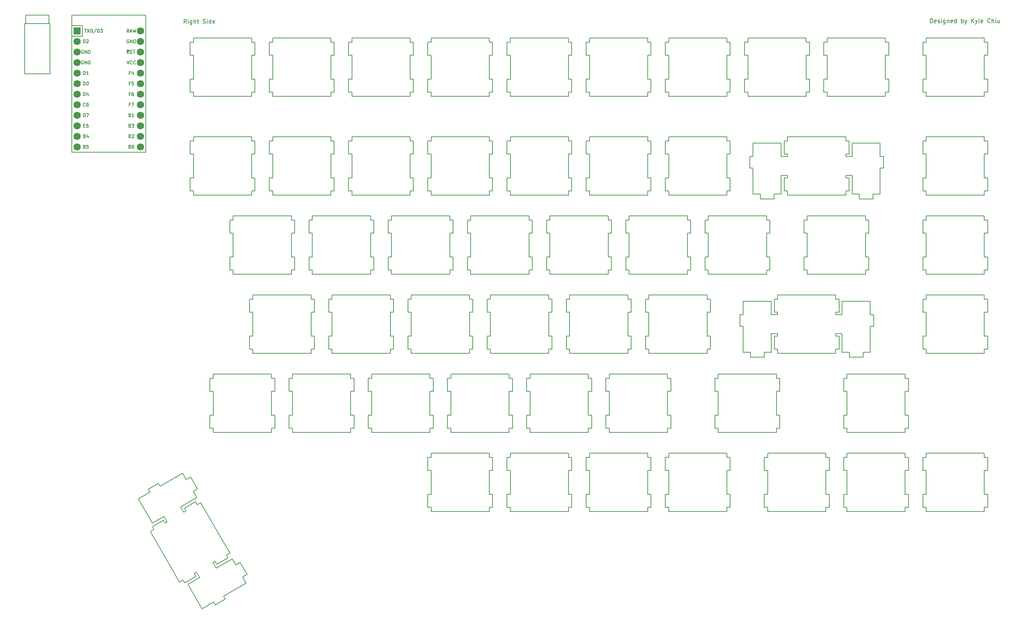
<source format=gbr>
G04 #@! TF.GenerationSoftware,KiCad,Pcbnew,7.0.9*
G04 #@! TF.CreationDate,2023-12-20T04:01:07-06:00*
G04 #@! TF.ProjectId,keyboard,6b657962-6f61-4726-942e-6b696361645f,rev?*
G04 #@! TF.SameCoordinates,Original*
G04 #@! TF.FileFunction,Legend,Top*
G04 #@! TF.FilePolarity,Positive*
%FSLAX46Y46*%
G04 Gerber Fmt 4.6, Leading zero omitted, Abs format (unit mm)*
G04 Created by KiCad (PCBNEW 7.0.9) date 2023-12-20 04:01:07*
%MOMM*%
%LPD*%
G01*
G04 APERTURE LIST*
%ADD10C,0.200000*%
%ADD11C,0.150000*%
%ADD12R,1.752600X1.752600*%
%ADD13C,1.752600*%
G04 APERTURE END LIST*
D10*
X486064500Y-160924500D02*
X486064500Y-161925000D01*
X334090500Y-173973100D02*
X334490500Y-174666300D01*
X519112500Y-75825200D02*
X519913500Y-75825200D01*
X410374500Y-91774200D02*
X409575500Y-91774200D01*
X419100500Y-60913200D02*
X419899500Y-60913200D01*
X504313500Y-60913200D02*
X505114500Y-60913200D01*
X385249500Y-60913200D02*
X386050500Y-60913200D01*
X480501500Y-48913200D02*
X480501500Y-52012200D01*
X454306500Y-141874300D02*
X455105500Y-141874300D01*
X376237500Y-110824600D02*
X376237500Y-109825500D01*
X505114500Y-81625200D02*
X504313500Y-81625200D01*
X428913500Y-128875500D02*
X428913500Y-129874600D01*
X519112500Y-119725200D02*
X519112500Y-113925200D01*
X442399500Y-75825200D02*
X443200500Y-75825200D01*
X381799500Y-48913200D02*
X381000500Y-48913200D01*
X399537500Y-110824600D02*
X399537500Y-113925200D01*
X471775500Y-76424200D02*
X470250500Y-76424200D01*
X481813500Y-152025200D02*
X481813500Y-148924600D01*
X361950500Y-81625200D02*
X361950500Y-75825200D01*
X370962500Y-132975200D02*
X371763500Y-132975200D01*
X438150500Y-48913200D02*
X438150500Y-47913200D01*
X352425500Y-104774800D02*
X352425500Y-103774300D01*
X405100500Y-160924500D02*
X405100500Y-161925000D01*
X424663500Y-132975200D02*
X424663500Y-129874600D01*
X484194500Y-122824300D02*
X484194500Y-119725200D01*
X337624500Y-103774300D02*
X338425500Y-103774300D01*
X424150500Y-160924500D02*
X424150500Y-161925000D01*
X443200500Y-61912200D02*
X457200500Y-61912200D01*
X381288500Y-110824600D02*
X380487500Y-110824600D01*
X423349500Y-157825200D02*
X423349500Y-160924500D01*
X457200500Y-75825200D02*
X457999500Y-75825200D01*
X381799500Y-60913200D02*
X381799500Y-57812200D01*
X347149500Y-75825200D02*
X347950500Y-75825200D01*
X428625500Y-94875200D02*
X429424500Y-94875200D01*
X405100500Y-52012200D02*
X405100500Y-57812200D01*
X470250500Y-81024200D02*
X471775500Y-81024200D01*
X333663500Y-132975200D02*
X333663500Y-138775200D01*
X462250500Y-57812200D02*
X461449500Y-57812200D01*
X519112500Y-109825500D02*
X505114500Y-109825500D01*
X405100500Y-85725200D02*
X419100500Y-85725200D01*
X396088500Y-110824600D02*
X395287500Y-110824600D01*
X476250500Y-52012200D02*
X477051500Y-52012200D01*
X367000500Y-81625200D02*
X366199500Y-81625200D01*
X342900500Y-60913200D02*
X343699500Y-60913200D01*
X486064500Y-147925500D02*
X486064500Y-148924600D01*
X433675500Y-103774300D02*
X433675500Y-104774800D01*
X500863500Y-157825200D02*
X500062500Y-157825200D01*
X329679500Y-158592900D02*
X328816500Y-157099200D01*
X457200500Y-81625200D02*
X457200500Y-75825200D01*
X352713500Y-142874800D02*
X366712500Y-142874800D01*
X484918500Y-123594800D02*
X486643500Y-123594800D01*
X457999500Y-148924600D02*
X457200500Y-148924600D01*
X462250500Y-60913200D02*
X462250500Y-61912200D01*
X519112500Y-148924600D02*
X519112500Y-147925500D01*
X400050500Y-47913200D02*
X386050500Y-47913200D01*
X381000500Y-60913200D02*
X381799500Y-60913200D01*
X371475500Y-104774800D02*
X371475500Y-103774300D01*
X477051500Y-48913200D02*
X476250500Y-48913200D01*
X480501500Y-52012200D02*
X481302500Y-52012200D01*
X457200500Y-152025200D02*
X457999500Y-152025200D01*
X419899500Y-157825200D02*
X419100500Y-157825200D01*
X351912500Y-138775200D02*
X351912500Y-141874300D01*
X405100500Y-72724200D02*
X404299500Y-72724200D01*
X333723500Y-183739290D02*
X334137500Y-184453100D01*
X347662500Y-142874800D02*
X347662500Y-141874300D01*
X409575500Y-94875200D02*
X410374500Y-94875200D01*
X418587500Y-122824300D02*
X419388500Y-122824300D01*
X328900500Y-84724200D02*
X328900500Y-85725200D01*
X329067500Y-176872500D02*
X329586500Y-176572100D01*
X375724500Y-100675200D02*
X375724500Y-103774300D01*
X405613500Y-141874300D02*
X405613500Y-138775200D01*
X423349500Y-48913200D02*
X423349500Y-52012200D01*
X334490500Y-174666300D02*
X337174500Y-173116000D01*
X409575500Y-100675200D02*
X409575500Y-94875200D01*
X357475500Y-91774200D02*
X356674500Y-91774200D01*
X466212500Y-160924500D02*
X467013500Y-160924500D01*
X390525500Y-94875200D02*
X391324500Y-94875200D01*
X419100500Y-160924500D02*
X419899500Y-160924500D01*
X381000500Y-75825200D02*
X381799500Y-75825200D01*
X357475500Y-100675200D02*
X356674500Y-100675200D01*
X519112500Y-113925200D02*
X519913500Y-113925200D01*
X423349500Y-75825200D02*
X424150500Y-75825200D01*
X438150500Y-72724200D02*
X438150500Y-71725200D01*
X469394500Y-110824600D02*
X468593500Y-110824600D01*
X400338500Y-119725200D02*
X399537500Y-119725200D01*
X486064500Y-138775200D02*
X485263500Y-138775200D01*
X367000500Y-57812200D02*
X366199500Y-57812200D01*
X376525500Y-90775200D02*
X376525500Y-91774200D01*
X419100500Y-148924600D02*
X419100500Y-147925500D01*
X494873500Y-76424200D02*
X494051500Y-76424200D01*
X347950500Y-47913200D02*
X347950500Y-48913200D01*
X454306500Y-132975200D02*
X455105500Y-132975200D01*
X371763500Y-132975200D02*
X371763500Y-138775200D01*
X452725500Y-94875200D02*
X452725500Y-100675200D01*
X483394500Y-119124400D02*
X484918500Y-119124400D01*
X342387500Y-122824300D02*
X343188500Y-122824300D01*
X370962500Y-129874600D02*
X370962500Y-132975200D01*
X469905500Y-129874600D02*
X469106500Y-129874600D01*
X336774500Y-172422900D02*
X337641500Y-171922600D01*
X347149500Y-57812200D02*
X347149500Y-60913200D01*
X491670500Y-123594800D02*
X491670500Y-117324900D01*
X415138500Y-119725200D02*
X414337500Y-119725200D01*
X361437500Y-113925200D02*
X362238500Y-113925200D01*
X362749500Y-57812200D02*
X361950500Y-57812200D01*
X469905500Y-138775200D02*
X469106500Y-138775200D01*
X471775500Y-81024200D02*
X471775500Y-81625200D01*
X414337500Y-119725200D02*
X414337500Y-113925200D01*
X485775500Y-76424200D02*
X485775500Y-75825200D01*
X395287500Y-110824600D02*
X395287500Y-109825500D01*
X390525500Y-103774300D02*
X391324500Y-103774300D01*
X442399500Y-57812200D02*
X442399500Y-60913200D01*
X347950500Y-52012200D02*
X347950500Y-57812200D01*
X505114500Y-91774200D02*
X504313500Y-91774200D01*
X447675500Y-90775200D02*
X433675500Y-90775200D01*
X452725500Y-90775200D02*
X452725500Y-91774200D01*
X466212500Y-157825200D02*
X466212500Y-160924500D01*
X519913500Y-81625200D02*
X519112500Y-81625200D01*
X457200500Y-85725200D02*
X457200500Y-84724200D01*
X340717500Y-177710400D02*
X341756500Y-177109500D01*
X500062500Y-148924600D02*
X500062500Y-147925500D01*
X381000500Y-81625200D02*
X381000500Y-75825200D01*
X419100500Y-72724200D02*
X419100500Y-71725200D01*
X519112500Y-48913200D02*
X519112500Y-47913200D01*
X504313500Y-119725200D02*
X504313500Y-122824300D01*
X463500500Y-76424200D02*
X462675500Y-76424200D01*
X434188500Y-113925200D02*
X434188500Y-110824600D01*
X405100500Y-61912200D02*
X419100500Y-61912200D01*
X438150500Y-57812200D02*
X438150500Y-52012200D01*
X438949500Y-52012200D02*
X438949500Y-48913200D01*
X338425500Y-90775200D02*
X338425500Y-91774200D01*
X320873500Y-155882100D02*
X320461500Y-155168400D01*
X434188500Y-110824600D02*
X433387500Y-110824600D01*
X469394500Y-123824800D02*
X483394500Y-123824800D01*
X405100500Y-84724200D02*
X405100500Y-85725200D01*
X404299500Y-72724200D02*
X404299500Y-75825200D01*
X428913500Y-142874800D02*
X442912500Y-142874800D01*
X333663500Y-138775200D02*
X332862500Y-138775200D01*
X491338500Y-94875200D02*
X491338500Y-91774200D01*
X347950500Y-57812200D02*
X347149500Y-57812200D01*
X342387500Y-119725200D02*
X342387500Y-122824300D01*
X328900500Y-60913200D02*
X328900500Y-61912200D01*
X466143500Y-124795000D02*
X466143500Y-123594800D01*
X334332500Y-175592300D02*
X333570500Y-174272200D01*
X343699500Y-57812200D02*
X342900500Y-57812200D01*
X442912500Y-128875500D02*
X428913500Y-128875500D01*
X352713500Y-128875500D02*
X352713500Y-129874600D01*
X462250500Y-47913200D02*
X462250500Y-48913200D01*
X467869500Y-114524500D02*
X467869500Y-111294500D01*
X485263500Y-148924600D02*
X485263500Y-152025200D01*
X470974500Y-81625200D02*
X470974500Y-84724200D01*
X404812500Y-132975200D02*
X405613500Y-132975200D01*
X419388500Y-123824800D02*
X433387500Y-123824800D01*
X400050500Y-75825200D02*
X400849500Y-75825200D01*
X415138500Y-122824300D02*
X415138500Y-119725200D01*
X500863500Y-129874600D02*
X500062500Y-129874600D01*
X386050500Y-57812200D02*
X385249500Y-57812200D01*
X476539500Y-94875200D02*
X476539500Y-100675200D01*
X457999500Y-48913200D02*
X457200500Y-48913200D01*
X418587500Y-110824600D02*
X418587500Y-113925200D01*
X490537500Y-94875200D02*
X491338500Y-94875200D01*
X419899500Y-81625200D02*
X419100500Y-81625200D01*
X380487500Y-110824600D02*
X380487500Y-113925200D01*
X519112500Y-85725200D02*
X519112500Y-84724200D01*
X428112500Y-129874600D02*
X428112500Y-132975200D01*
X496101500Y-48913200D02*
X495300500Y-48913200D01*
X390813500Y-142874800D02*
X404812500Y-142874800D01*
X505114500Y-57812200D02*
X504313500Y-57812200D01*
X452725500Y-103774300D02*
X452725500Y-104774800D01*
X494051500Y-79225200D02*
X494873500Y-79225200D01*
X404812500Y-129874600D02*
X404812500Y-128875500D01*
X476539500Y-104774800D02*
X490537500Y-104774800D01*
X471775500Y-85725200D02*
X485775500Y-85725200D01*
X486064500Y-152025200D02*
X486064500Y-157825200D01*
X504313500Y-103774300D02*
X505114500Y-103774300D01*
X468593500Y-113925200D02*
X469394500Y-113925200D01*
X351912500Y-132975200D02*
X352713500Y-132975200D01*
X457999500Y-152025200D02*
X457999500Y-148924600D01*
X328206500Y-153640200D02*
X327167500Y-154241000D01*
X438150500Y-81625200D02*
X438150500Y-75825200D01*
X423862500Y-141874300D02*
X424663500Y-141874300D01*
X395575500Y-94875200D02*
X395575500Y-100675200D01*
X352713500Y-141874300D02*
X352713500Y-142874800D01*
X519913500Y-91774200D02*
X519112500Y-91774200D01*
X519913500Y-103774300D02*
X519913500Y-100675200D01*
X443200500Y-157825200D02*
X442399500Y-157825200D01*
X357187500Y-110824600D02*
X357187500Y-109825500D01*
X437637500Y-122824300D02*
X438438500Y-122824300D01*
X400338500Y-122824300D02*
X400338500Y-123824800D01*
X442912500Y-142874800D02*
X442912500Y-141874300D01*
X333663500Y-129874600D02*
X332862500Y-129874600D01*
X386050500Y-157825200D02*
X385249500Y-157825200D01*
X495300500Y-52012200D02*
X496101500Y-52012200D01*
X390012500Y-132975200D02*
X390813500Y-132975200D01*
X469394500Y-119124400D02*
X469394500Y-119725200D01*
X455105500Y-129874600D02*
X454306500Y-129874600D01*
X366712500Y-129874600D02*
X366712500Y-128875500D01*
X469106500Y-132975200D02*
X469905500Y-132975200D01*
X351912500Y-141874300D02*
X352713500Y-141874300D01*
X376237500Y-122824300D02*
X377038500Y-122824300D01*
X367000500Y-72724200D02*
X366199500Y-72724200D01*
X453238500Y-110824600D02*
X452437500Y-110824600D01*
X404299500Y-48913200D02*
X404299500Y-52012200D01*
X519112500Y-94875200D02*
X519913500Y-94875200D01*
X409062500Y-141874300D02*
X409863500Y-141874300D01*
X438150500Y-75825200D02*
X438949500Y-75825200D01*
X353224500Y-91774200D02*
X352425500Y-91774200D01*
X395575500Y-91774200D02*
X394774500Y-91774200D01*
X461119500Y-114524500D02*
X460293500Y-114524500D01*
X519913500Y-119725200D02*
X519112500Y-119725200D01*
X481012500Y-147925500D02*
X467013500Y-147925500D01*
X400849500Y-152025200D02*
X400849500Y-148924600D01*
X400338500Y-109825500D02*
X400338500Y-110824600D01*
X357475500Y-103774300D02*
X357475500Y-104774800D01*
X404299500Y-52012200D02*
X405100500Y-52012200D01*
X437637500Y-119725200D02*
X437637500Y-122824300D01*
X457999500Y-72724200D02*
X457200500Y-72724200D01*
X386050500Y-48913200D02*
X385249500Y-48913200D01*
X491338500Y-100675200D02*
X490537500Y-100675200D01*
X356674500Y-103774300D02*
X357475500Y-103774300D01*
X371475500Y-103774300D02*
X372274500Y-103774300D01*
X457200500Y-147925500D02*
X443200500Y-147925500D01*
X319027500Y-164743100D02*
X321824500Y-163128000D01*
X432874500Y-100675200D02*
X432874500Y-103774300D01*
X414337500Y-109825500D02*
X400338500Y-109825500D01*
X414625500Y-104774800D02*
X428625500Y-104774800D01*
X419100500Y-85725200D02*
X419100500Y-84724200D01*
X361950500Y-85725200D02*
X361950500Y-84724200D01*
X486064500Y-148924600D02*
X485263500Y-148924600D01*
X481302500Y-57812200D02*
X480501500Y-57812200D01*
X519913500Y-94875200D02*
X519913500Y-91774200D01*
X381799500Y-52012200D02*
X381799500Y-48913200D01*
X451924500Y-103774300D02*
X452725500Y-103774300D01*
X338425500Y-104774800D02*
X352425500Y-104774800D01*
X452437500Y-109825500D02*
X438438500Y-109825500D01*
X443200500Y-57812200D02*
X442399500Y-57812200D01*
X438949500Y-160924500D02*
X438949500Y-157825200D01*
X428913500Y-138775200D02*
X428112500Y-138775200D01*
X405613500Y-138775200D02*
X404812500Y-138775200D01*
X519112500Y-71725200D02*
X505114500Y-71725200D01*
X447675500Y-91774200D02*
X447675500Y-90775200D01*
X489024500Y-86695200D02*
X492326500Y-86695200D01*
X457999500Y-60913200D02*
X457999500Y-57812200D01*
X438438500Y-110824600D02*
X437637500Y-110824600D01*
X405100500Y-75825200D02*
X405100500Y-81625200D01*
X381000500Y-52012200D02*
X381799500Y-52012200D01*
X405100500Y-152025200D02*
X405100500Y-157825200D01*
X442399500Y-84724200D02*
X443200500Y-84724200D01*
X504313500Y-72724200D02*
X504313500Y-75825200D01*
X400849500Y-72724200D02*
X400050500Y-72724200D01*
X428913500Y-132975200D02*
X428913500Y-138775200D01*
X347950500Y-48913200D02*
X347149500Y-48913200D01*
X485263500Y-138775200D02*
X485263500Y-141874300D01*
X419899500Y-152025200D02*
X419899500Y-148924600D01*
X381000500Y-85725200D02*
X381000500Y-84724200D01*
X438438500Y-123824800D02*
X452437500Y-123824800D01*
X477051500Y-52012200D02*
X477051500Y-48913200D01*
X366199500Y-84724200D02*
X367000500Y-84724200D01*
X500062500Y-128875500D02*
X486064500Y-128875500D01*
X504313500Y-84724200D02*
X505114500Y-84724200D01*
X469394500Y-119725200D02*
X468593500Y-119725200D01*
X424150500Y-52012200D02*
X424150500Y-57812200D01*
X371763500Y-128875500D02*
X371763500Y-129874600D01*
X341756500Y-177109500D02*
X340105500Y-174251500D01*
X481813500Y-160924500D02*
X481813500Y-157825200D01*
X361950500Y-47913200D02*
X347950500Y-47913200D01*
X428625500Y-104774800D02*
X428625500Y-103774300D01*
X386050500Y-75825200D02*
X386050500Y-81625200D01*
X469106500Y-142874800D02*
X469106500Y-141874300D01*
X376237500Y-113925200D02*
X377038500Y-113925200D01*
X326782500Y-179116000D02*
X329466500Y-177565700D01*
X424150500Y-148924600D02*
X423349500Y-148924600D01*
X486064500Y-128875500D02*
X486064500Y-129874600D01*
X443200500Y-85725200D02*
X457200500Y-85725200D01*
X455105500Y-128875500D02*
X455105500Y-129874600D01*
X353224500Y-100675200D02*
X352425500Y-100675200D01*
X489945500Y-123594800D02*
X491670500Y-123594800D01*
X338425500Y-94875200D02*
X338425500Y-100675200D01*
X400849500Y-160924500D02*
X400849500Y-157825200D01*
X500062500Y-141874300D02*
X500863500Y-141874300D01*
X356674500Y-91774200D02*
X356674500Y-94875200D01*
X328900500Y-47913200D02*
X328900500Y-48913200D01*
X361950500Y-52012200D02*
X362749500Y-52012200D01*
X495300500Y-60913200D02*
X496101500Y-60913200D01*
X328099500Y-84724200D02*
X328900500Y-84724200D01*
X423349500Y-60913200D02*
X424150500Y-60913200D01*
X380487500Y-122824300D02*
X381288500Y-122824300D01*
X328900500Y-75825200D02*
X328900500Y-81625200D01*
X519913500Y-57812200D02*
X519112500Y-57812200D01*
X495300500Y-48913200D02*
X495300500Y-47913200D01*
X519913500Y-48913200D02*
X519112500Y-48913200D01*
X386563500Y-138775200D02*
X385762500Y-138775200D01*
X385762500Y-138775200D02*
X385762500Y-132975200D01*
X337174500Y-173116000D02*
X336774500Y-172422900D01*
X362238500Y-122824300D02*
X362238500Y-123824800D01*
X332862500Y-141874300D02*
X333663500Y-141874300D01*
X400849500Y-48913200D02*
X400050500Y-48913200D01*
X347950500Y-84724200D02*
X347950500Y-85725200D01*
X442399500Y-148924600D02*
X442399500Y-152025200D01*
X381000500Y-84724200D02*
X381799500Y-84724200D01*
X326381500Y-178422800D02*
X326782500Y-179116000D01*
X404299500Y-75825200D02*
X405100500Y-75825200D01*
X375724500Y-103774300D02*
X376525500Y-103774300D01*
X327089500Y-161847800D02*
X326570500Y-162148200D01*
X366199500Y-60913200D02*
X367000500Y-60913200D01*
X505114500Y-147925500D02*
X505114500Y-148924600D01*
X366199500Y-48913200D02*
X366199500Y-52012200D01*
X361950500Y-60913200D02*
X362749500Y-60913200D01*
X381799500Y-75825200D02*
X381799500Y-72724200D01*
X400849500Y-84724200D02*
X400849500Y-81625200D01*
X413824500Y-94875200D02*
X414625500Y-94875200D01*
X467524500Y-100675200D02*
X466725500Y-100675200D01*
X505114500Y-119725200D02*
X504313500Y-119725200D01*
X432874500Y-91774200D02*
X432874500Y-94875200D01*
X409575500Y-104774800D02*
X409575500Y-103774300D01*
X409062500Y-129874600D02*
X409062500Y-132975200D01*
X468593500Y-119725200D02*
X468593500Y-122824300D01*
X424150500Y-48913200D02*
X423349500Y-48913200D01*
X485775500Y-72724200D02*
X485775500Y-71725200D01*
X504313500Y-160924500D02*
X505114500Y-160924500D01*
X476250500Y-48913200D02*
X476250500Y-47913200D01*
X460293500Y-117324900D02*
X461119500Y-117324900D01*
X504313500Y-81625200D02*
X504313500Y-84724200D01*
X519112500Y-157825200D02*
X519112500Y-152025200D01*
X494873500Y-79225200D02*
X494873500Y-76424200D01*
X519913500Y-148924600D02*
X519112500Y-148924600D01*
X505114500Y-157825200D02*
X504313500Y-157825200D01*
X376525500Y-100675200D02*
X375724500Y-100675200D01*
X466725500Y-90775200D02*
X452725500Y-90775200D01*
X490537500Y-91774200D02*
X490537500Y-90775200D01*
X338203500Y-173357100D02*
X334332500Y-175592300D01*
X470250500Y-85495200D02*
X470250500Y-81024200D01*
X519112500Y-81625200D02*
X519112500Y-75825200D01*
X327167500Y-154241000D02*
X326304500Y-152747300D01*
X495300500Y-57812200D02*
X495300500Y-52012200D01*
X330348500Y-177892300D02*
X327551500Y-179507300D01*
X438150500Y-71725200D02*
X424150500Y-71725200D01*
X476539500Y-100675200D02*
X475738500Y-100675200D01*
X486576500Y-84724200D02*
X486576500Y-81625200D01*
X463500500Y-73194200D02*
X463500500Y-76424200D01*
X400050500Y-147925500D02*
X386050500Y-147925500D01*
X442912500Y-138775200D02*
X442912500Y-132975200D01*
X487299500Y-81024200D02*
X487299500Y-85495200D01*
X386050500Y-85725200D02*
X400050500Y-85725200D01*
X454306500Y-129874600D02*
X454306500Y-132975200D01*
X372274500Y-94875200D02*
X372274500Y-91774200D01*
X438949500Y-57812200D02*
X438150500Y-57812200D01*
X466725500Y-91774200D02*
X466725500Y-90775200D01*
X328900500Y-57812200D02*
X328099500Y-57812200D01*
X419100500Y-157825200D02*
X419100500Y-152025200D01*
X362238500Y-109825500D02*
X362238500Y-110824600D01*
X340105500Y-174251500D02*
X339066500Y-174852300D01*
X371763500Y-141874300D02*
X371763500Y-142874800D01*
X457200500Y-71725200D02*
X443200500Y-71725200D01*
X457200500Y-60913200D02*
X457999500Y-60913200D01*
X376525500Y-104774800D02*
X390525500Y-104774800D01*
X504313500Y-52012200D02*
X505114500Y-52012200D01*
X357187500Y-119725200D02*
X357187500Y-113925200D01*
X334137500Y-184453100D02*
X336562500Y-183054400D01*
X442399500Y-81625200D02*
X442399500Y-84724200D01*
X484918500Y-114524500D02*
X483394500Y-114524500D01*
X370962500Y-138775200D02*
X370962500Y-141874300D01*
X356674500Y-94875200D02*
X357475500Y-94875200D01*
X504313500Y-94875200D02*
X505114500Y-94875200D01*
X519913500Y-72724200D02*
X519112500Y-72724200D01*
X381000500Y-71725200D02*
X367000500Y-71725200D01*
X481012500Y-160924500D02*
X481813500Y-160924500D01*
X461449500Y-60913200D02*
X462250500Y-60913200D01*
X469905500Y-141874300D02*
X469905500Y-138775200D01*
X495300500Y-47913200D02*
X481302500Y-47913200D01*
X386050500Y-161925000D02*
X400050500Y-161925000D01*
X375724500Y-91774200D02*
X375724500Y-94875200D01*
X328099500Y-60913200D02*
X328900500Y-60913200D01*
X371763500Y-142874800D02*
X385762500Y-142874800D01*
X519913500Y-113925200D02*
X519913500Y-110824600D01*
X405100500Y-60913200D02*
X405100500Y-61912200D01*
X419100500Y-71725200D02*
X405100500Y-71725200D01*
X343188500Y-109825500D02*
X343188500Y-110824600D01*
X428913500Y-129874600D02*
X428112500Y-129874600D01*
X491338500Y-103774300D02*
X491338500Y-100675200D01*
X332862500Y-138775200D02*
X332862500Y-141874300D01*
X519112500Y-60913200D02*
X519913500Y-60913200D01*
X409062500Y-138775200D02*
X409062500Y-141874300D01*
X475738500Y-91774200D02*
X475738500Y-94875200D01*
X347662500Y-138775200D02*
X347662500Y-132975200D01*
X380487500Y-119725200D02*
X380487500Y-122824300D01*
X343699500Y-75825200D02*
X343699500Y-72724200D01*
X483394500Y-123824800D02*
X483394500Y-122824300D01*
X315652500Y-158897400D02*
X319027500Y-164743100D01*
X452437500Y-123824800D02*
X452437500Y-122824300D01*
X485263500Y-132975200D02*
X486064500Y-132975200D01*
X448474500Y-100675200D02*
X447675500Y-100675200D01*
X414625500Y-100675200D02*
X413824500Y-100675200D01*
X419100500Y-48913200D02*
X419100500Y-47913200D01*
X485263500Y-152025200D02*
X486064500Y-152025200D01*
X519112500Y-152025200D02*
X519913500Y-152025200D01*
X367000500Y-75825200D02*
X367000500Y-81625200D01*
X377038500Y-110824600D02*
X376237500Y-110824600D01*
X505114500Y-148924600D02*
X504313500Y-148924600D01*
X461449500Y-52012200D02*
X462250500Y-52012200D01*
X476539500Y-91774200D02*
X475738500Y-91774200D01*
X519112500Y-84724200D02*
X519913500Y-84724200D01*
X481813500Y-157825200D02*
X481012500Y-157825200D01*
X400050500Y-61912200D02*
X400050500Y-60913200D01*
X357988500Y-113925200D02*
X357988500Y-110824600D01*
X438150500Y-85725200D02*
X438150500Y-84724200D01*
X390525500Y-90775200D02*
X376525500Y-90775200D01*
X438150500Y-84724200D02*
X438949500Y-84724200D01*
X463500500Y-79225200D02*
X463500500Y-85495200D01*
X329855500Y-156498400D02*
X328206500Y-153640200D01*
X372274500Y-91774200D02*
X371475500Y-91774200D01*
X466212500Y-152025200D02*
X467013500Y-152025200D01*
X395287500Y-119725200D02*
X395287500Y-113925200D01*
X405100500Y-81625200D02*
X404299500Y-81625200D01*
X432874500Y-103774300D02*
X433675500Y-103774300D01*
X357187500Y-122824300D02*
X357988500Y-122824300D01*
X386563500Y-141874300D02*
X386563500Y-138775200D01*
X481012500Y-152025200D02*
X481813500Y-152025200D01*
X395575500Y-103774300D02*
X395575500Y-104774800D01*
X400050500Y-72724200D02*
X400050500Y-71725200D01*
X486643500Y-123594800D02*
X486643500Y-124795000D01*
X443200500Y-60913200D02*
X443200500Y-61912200D01*
X352425500Y-91774200D02*
X352425500Y-90775200D01*
X504313500Y-152025200D02*
X505114500Y-152025200D01*
X485263500Y-129874600D02*
X485263500Y-132975200D01*
X419100500Y-61912200D02*
X419100500Y-60913200D01*
X321824500Y-163128000D02*
X322586500Y-164448100D01*
X376525500Y-103774300D02*
X376525500Y-104774800D01*
X414337500Y-122824300D02*
X415138500Y-122824300D01*
X432874500Y-94875200D02*
X433675500Y-94875200D01*
X400849500Y-81625200D02*
X400050500Y-81625200D01*
X428913500Y-141874300D02*
X428913500Y-142874800D01*
X381288500Y-119725200D02*
X380487500Y-119725200D01*
X452437500Y-113925200D02*
X453238500Y-113925200D01*
X455105500Y-141874300D02*
X455105500Y-142874800D01*
X468593500Y-122824300D02*
X469394500Y-122824300D01*
X405613500Y-129874600D02*
X404812500Y-129874600D01*
X485775500Y-84724200D02*
X486576500Y-84724200D01*
X469394500Y-109825500D02*
X469394500Y-110824600D01*
X362749500Y-52012200D02*
X362749500Y-48913200D01*
X457200500Y-61912200D02*
X457200500Y-60913200D01*
X409575500Y-90775200D02*
X395575500Y-90775200D01*
X457200500Y-160924500D02*
X457999500Y-160924500D01*
X325516500Y-178923100D02*
X326381500Y-178422800D01*
X519112500Y-61912200D02*
X519112500Y-60913200D01*
X486064500Y-132975200D02*
X486064500Y-138775200D01*
X424150500Y-72724200D02*
X423349500Y-72724200D01*
X375724500Y-94875200D02*
X376525500Y-94875200D01*
X361950500Y-84724200D02*
X362749500Y-84724200D01*
X519112500Y-100675200D02*
X519112500Y-94875200D01*
X371475500Y-91774200D02*
X371475500Y-90775200D01*
X395287500Y-123824800D02*
X395287500Y-122824300D01*
X433387500Y-110824600D02*
X433387500Y-109825500D01*
X448474500Y-103774300D02*
X448474500Y-100675200D01*
X400050500Y-160924500D02*
X400849500Y-160924500D01*
X438949500Y-84724200D02*
X438949500Y-81625200D01*
X352425500Y-103774300D02*
X353224500Y-103774300D01*
X347662500Y-132975200D02*
X348463500Y-132975200D01*
X451924500Y-94875200D02*
X452725500Y-94875200D01*
X434188500Y-122824300D02*
X434188500Y-119725200D01*
X385249500Y-52012200D02*
X386050500Y-52012200D01*
X519112500Y-104774800D02*
X519112500Y-103774300D01*
X419100500Y-52012200D02*
X419899500Y-52012200D01*
X347950500Y-81625200D02*
X347149500Y-81625200D01*
X438150500Y-157825200D02*
X438150500Y-152025200D01*
X343699500Y-84724200D02*
X343699500Y-81625200D01*
X505114500Y-152025200D02*
X505114500Y-157825200D01*
X447675500Y-100675200D02*
X447675500Y-94875200D01*
X485775500Y-81625200D02*
X485775500Y-81024200D01*
X347149500Y-72724200D02*
X347149500Y-75825200D01*
X347950500Y-75825200D02*
X347950500Y-81625200D01*
X492326500Y-85495200D02*
X494051500Y-85495200D01*
X470974500Y-72724200D02*
X470974500Y-75825200D01*
X385762500Y-129874600D02*
X385762500Y-128875500D01*
X505114500Y-75825200D02*
X505114500Y-81625200D01*
X428112500Y-141874300D02*
X428913500Y-141874300D01*
X500863500Y-141874300D02*
X500863500Y-138775200D01*
X481302500Y-60913200D02*
X481302500Y-61912200D01*
X367000500Y-71725200D02*
X367000500Y-72724200D01*
X452437500Y-110824600D02*
X452437500Y-109825500D01*
X367513500Y-141874300D02*
X367513500Y-138775200D01*
X505114500Y-109825500D02*
X505114500Y-110824600D01*
X481813500Y-148924600D02*
X481012500Y-148924600D01*
X372274500Y-100675200D02*
X371475500Y-100675200D01*
X362238500Y-110824600D02*
X361437500Y-110824600D01*
X453238500Y-122824300D02*
X453238500Y-119725200D01*
X519112500Y-52012200D02*
X519913500Y-52012200D01*
X490537500Y-100675200D02*
X490537500Y-94875200D01*
X366712500Y-132975200D02*
X367513500Y-132975200D01*
X519913500Y-157825200D02*
X519112500Y-157825200D01*
X328099500Y-52012200D02*
X328900500Y-52012200D01*
X341578500Y-179204200D02*
X340717500Y-177710400D01*
X404812500Y-138775200D02*
X404812500Y-132975200D01*
X505114500Y-72724200D02*
X504313500Y-72724200D01*
X519112500Y-57812200D02*
X519112500Y-52012200D01*
X504313500Y-75825200D02*
X505114500Y-75825200D01*
X391324500Y-94875200D02*
X391324500Y-91774200D01*
X386050500Y-152025200D02*
X386050500Y-157825200D01*
X481012500Y-148924600D02*
X481012500Y-147925500D01*
X438438500Y-119725200D02*
X437637500Y-119725200D01*
X457999500Y-81625200D02*
X457200500Y-81625200D01*
X400050500Y-60913200D02*
X400849500Y-60913200D01*
X400338500Y-110824600D02*
X399537500Y-110824600D01*
X343699500Y-60913200D02*
X343699500Y-57812200D01*
X496101500Y-52012200D02*
X496101500Y-48913200D01*
X328900500Y-72724200D02*
X328099500Y-72724200D01*
X329774500Y-160297500D02*
X329374500Y-159605700D01*
X428625500Y-90775200D02*
X414625500Y-90775200D01*
X352425500Y-90775200D02*
X338425500Y-90775200D01*
X481302500Y-48913200D02*
X480501500Y-48913200D01*
X371475500Y-100675200D02*
X371475500Y-94875200D01*
X424150500Y-47913200D02*
X424150500Y-48913200D01*
X385762500Y-141874300D02*
X386563500Y-141874300D01*
X371763500Y-129874600D02*
X370962500Y-129874600D01*
X500863500Y-138775200D02*
X500062500Y-138775200D01*
X405100500Y-47913200D02*
X405100500Y-48913200D01*
X326304500Y-152747300D02*
X320873500Y-155882100D01*
X484918500Y-111294500D02*
X484918500Y-114524500D01*
X443200500Y-81625200D02*
X442399500Y-81625200D01*
X438949500Y-148924600D02*
X438150500Y-148924600D01*
X419100500Y-147925500D02*
X405100500Y-147925500D01*
X448474500Y-94875200D02*
X448474500Y-91774200D01*
X471775500Y-75825200D02*
X471775500Y-76424200D01*
X504313500Y-110824600D02*
X504313500Y-113925200D01*
X343699500Y-81625200D02*
X342900500Y-81625200D01*
X467524500Y-103774300D02*
X467524500Y-100675200D01*
X500062500Y-132975200D02*
X500863500Y-132975200D01*
X519112500Y-160924500D02*
X519913500Y-160924500D01*
X394774500Y-103774300D02*
X395575500Y-103774300D01*
X438438500Y-122824300D02*
X438438500Y-123824800D01*
X467869500Y-111294500D02*
X461119500Y-111294500D01*
X437637500Y-113925200D02*
X438438500Y-113925200D01*
X366199500Y-75825200D02*
X367000500Y-75825200D01*
X519112500Y-123824800D02*
X519112500Y-122824300D01*
X424150500Y-161925000D02*
X438150500Y-161925000D01*
X318981500Y-165605700D02*
X319382500Y-166297500D01*
X519913500Y-122824300D02*
X519913500Y-119725200D01*
X399537500Y-113925200D02*
X400338500Y-113925200D01*
X348463500Y-141874300D02*
X348463500Y-138775200D01*
X457999500Y-52012200D02*
X457999500Y-48913200D01*
X328900500Y-48913200D02*
X328099500Y-48913200D01*
X443200500Y-72724200D02*
X442399500Y-72724200D01*
X386050500Y-148924600D02*
X385249500Y-148924600D01*
X400050500Y-148924600D02*
X400050500Y-147925500D01*
X519913500Y-100675200D02*
X519112500Y-100675200D01*
X500863500Y-132975200D02*
X500863500Y-129874600D01*
X504313500Y-91774200D02*
X504313500Y-94875200D01*
X466725500Y-103774300D02*
X467524500Y-103774300D01*
X452437500Y-119725200D02*
X452437500Y-113925200D01*
X390012500Y-138775200D02*
X390012500Y-141874300D01*
X328099500Y-75825200D02*
X328900500Y-75825200D01*
X347950500Y-71725200D02*
X347950500Y-72724200D01*
X318449500Y-157282300D02*
X315652500Y-158897400D01*
X468524500Y-85495200D02*
X470250500Y-85495200D01*
X424150500Y-81625200D02*
X423349500Y-81625200D01*
X465224500Y-85495200D02*
X465224500Y-86695200D01*
X366712500Y-138775200D02*
X366712500Y-132975200D01*
X457200500Y-47913200D02*
X443200500Y-47913200D01*
X505114500Y-103774300D02*
X505114500Y-104774800D01*
X500062500Y-152025200D02*
X500863500Y-152025200D01*
X409863500Y-142874800D02*
X423862500Y-142874800D01*
X394774500Y-94875200D02*
X395575500Y-94875200D01*
X325808500Y-160828000D02*
X329679500Y-158592900D01*
X496101500Y-60913200D02*
X496101500Y-57812200D01*
X429424500Y-100675200D02*
X428625500Y-100675200D01*
X385249500Y-152025200D02*
X386050500Y-152025200D01*
X405100500Y-148924600D02*
X404299500Y-148924600D01*
X483394500Y-119725200D02*
X483394500Y-119124400D01*
X396088500Y-113925200D02*
X396088500Y-110824600D01*
X381000500Y-48913200D02*
X381000500Y-47913200D01*
X492495500Y-114524500D02*
X491670500Y-114524500D01*
X442399500Y-60913200D02*
X443200500Y-60913200D01*
X438949500Y-60913200D02*
X438949500Y-57812200D01*
X332862500Y-132975200D02*
X333663500Y-132975200D01*
X423862500Y-142874800D02*
X423862500Y-141874300D01*
X438949500Y-72724200D02*
X438150500Y-72724200D01*
X481012500Y-157825200D02*
X481012500Y-152025200D01*
X485263500Y-160924500D02*
X486064500Y-160924500D01*
X428625500Y-91774200D02*
X428625500Y-90775200D01*
X385762500Y-132975200D02*
X386563500Y-132975200D01*
X457200500Y-84724200D02*
X457999500Y-84724200D01*
X362238500Y-119725200D02*
X361437500Y-119725200D01*
X367000500Y-84724200D02*
X367000500Y-85725200D01*
X483394500Y-113925200D02*
X484194500Y-113925200D01*
X326690500Y-161156000D02*
X327089500Y-161847800D01*
X457200500Y-161925000D02*
X457200500Y-160924500D01*
X423349500Y-81625200D02*
X423349500Y-84724200D01*
X400050500Y-161925000D02*
X400050500Y-160924500D01*
X409062500Y-132975200D02*
X409863500Y-132975200D01*
X419388500Y-122824300D02*
X419388500Y-123824800D01*
X343188500Y-110824600D02*
X342387500Y-110824600D01*
X457999500Y-84724200D02*
X457999500Y-81625200D01*
X470974500Y-75825200D02*
X471775500Y-75825200D01*
X467869500Y-123594800D02*
X467869500Y-119124400D01*
X395575500Y-90775200D02*
X395575500Y-91774200D01*
X357187500Y-109825500D02*
X343188500Y-109825500D01*
X471775500Y-71725200D02*
X471775500Y-72724200D01*
X405100500Y-57812200D02*
X404299500Y-57812200D01*
X469394500Y-114524500D02*
X467869500Y-114524500D01*
X428625500Y-103774300D02*
X429424500Y-103774300D01*
X486064500Y-141874300D02*
X486064500Y-142874800D01*
X419899500Y-148924600D02*
X419100500Y-148924600D01*
X504313500Y-48913200D02*
X504313500Y-52012200D01*
X414625500Y-94875200D02*
X414625500Y-100675200D01*
X330926500Y-185354340D02*
X333723500Y-183739290D01*
X434188500Y-119725200D02*
X433387500Y-119725200D01*
X438949500Y-48913200D02*
X438150500Y-48913200D01*
X442399500Y-160924500D02*
X443200500Y-160924500D01*
X443713500Y-132975200D02*
X443713500Y-129874600D01*
X377038500Y-122824300D02*
X377038500Y-119725200D01*
X338425500Y-91774200D02*
X337624500Y-91774200D01*
X361950500Y-48913200D02*
X361950500Y-47913200D01*
X318515500Y-166797700D02*
X325516500Y-178923100D01*
X481012500Y-161925000D02*
X481012500Y-160924500D01*
X404299500Y-148924600D02*
X404299500Y-152025200D01*
X423349500Y-152025200D02*
X424150500Y-152025200D01*
X347149500Y-84724200D02*
X347950500Y-84724200D01*
X352425500Y-94875200D02*
X353224500Y-94875200D01*
X409863500Y-138775200D02*
X409062500Y-138775200D01*
X342900500Y-47913200D02*
X328900500Y-47913200D01*
X328900500Y-52012200D02*
X328900500Y-57812200D01*
X485775500Y-75825200D02*
X486576500Y-75825200D01*
X419100500Y-75825200D02*
X419899500Y-75825200D01*
X357475500Y-90775200D02*
X357475500Y-91774200D01*
X505114500Y-60913200D02*
X505114500Y-61912200D01*
X457200500Y-157825200D02*
X457200500Y-152025200D01*
X505114500Y-104774800D02*
X519112500Y-104774800D01*
X343699500Y-52012200D02*
X343699500Y-48913200D01*
X380487500Y-113925200D02*
X381288500Y-113925200D01*
X466725500Y-104774800D02*
X466725500Y-103774300D01*
X451924500Y-91774200D02*
X451924500Y-94875200D01*
X469905500Y-132975200D02*
X469905500Y-129874600D01*
X505114500Y-85725200D02*
X519112500Y-85725200D01*
X428625500Y-100675200D02*
X428625500Y-94875200D01*
X519913500Y-52012200D02*
X519913500Y-48913200D01*
X328900500Y-85725200D02*
X342900500Y-85725200D01*
X433387500Y-122824300D02*
X434188500Y-122824300D01*
X424150500Y-60913200D02*
X424150500Y-61912200D01*
X327551500Y-179507300D02*
X330926500Y-185354340D01*
X462675500Y-79225200D02*
X463500500Y-79225200D01*
X339066500Y-174852300D02*
X338203500Y-173357100D01*
X424150500Y-147925500D02*
X424150500Y-148924600D01*
X519913500Y-84724200D02*
X519913500Y-81625200D01*
X404299500Y-157825200D02*
X404299500Y-160924500D01*
X433675500Y-100675200D02*
X432874500Y-100675200D01*
X419899500Y-52012200D02*
X419899500Y-48913200D01*
X376237500Y-109825500D02*
X362238500Y-109825500D01*
X419899500Y-48913200D02*
X419100500Y-48913200D01*
X486064500Y-157825200D02*
X485263500Y-157825200D01*
X452725500Y-91774200D02*
X451924500Y-91774200D01*
X386050500Y-147925500D02*
X386050500Y-148924600D01*
X469106500Y-129874600D02*
X469106500Y-128875500D01*
X419388500Y-119725200D02*
X418587500Y-119725200D01*
X452725500Y-104774800D02*
X466725500Y-104774800D01*
X447675500Y-94875200D02*
X448474500Y-94875200D01*
X442399500Y-152025200D02*
X443200500Y-152025200D01*
X467013500Y-148924600D02*
X466212500Y-148924600D01*
X352713500Y-129874600D02*
X351912500Y-129874600D01*
X457200500Y-52012200D02*
X457999500Y-52012200D01*
X390525500Y-91774200D02*
X390525500Y-90775200D01*
X443200500Y-47913200D02*
X443200500Y-48913200D01*
X414625500Y-91774200D02*
X413824500Y-91774200D01*
X461119500Y-117324900D02*
X461119500Y-123594800D01*
X480501500Y-57812200D02*
X480501500Y-60913200D01*
X396088500Y-119725200D02*
X395287500Y-119725200D01*
X386050500Y-71725200D02*
X386050500Y-72724200D01*
X519112500Y-103774300D02*
X519913500Y-103774300D01*
X419899500Y-84724200D02*
X419899500Y-81625200D01*
X400050500Y-71725200D02*
X386050500Y-71725200D01*
X471775500Y-84724200D02*
X471775500Y-85725200D01*
X318037500Y-156567200D02*
X318449500Y-157282300D01*
X467013500Y-147925500D02*
X467013500Y-148924600D01*
X505114500Y-90775200D02*
X505114500Y-91774200D01*
X361437500Y-110824600D02*
X361437500Y-113925200D01*
X467869500Y-119124400D02*
X469394500Y-119124400D01*
X376525500Y-94875200D02*
X376525500Y-100675200D01*
X466212500Y-148924600D02*
X466212500Y-152025200D01*
X443200500Y-48913200D02*
X442399500Y-48913200D01*
X492326500Y-86695200D02*
X492326500Y-85495200D01*
X442912500Y-141874300D02*
X443713500Y-141874300D01*
X490537500Y-90775200D02*
X476539500Y-90775200D01*
X367513500Y-129874600D02*
X366712500Y-129874600D01*
X328900500Y-71725200D02*
X328900500Y-72724200D01*
X519112500Y-147925500D02*
X505114500Y-147925500D01*
X418587500Y-119725200D02*
X418587500Y-122824300D01*
X481302500Y-61912200D02*
X495300500Y-61912200D01*
X390012500Y-129874600D02*
X390012500Y-132975200D01*
X443713500Y-138775200D02*
X442912500Y-138775200D01*
X385762500Y-128875500D02*
X371763500Y-128875500D01*
X486576500Y-75825200D02*
X486576500Y-72724200D01*
X519112500Y-91774200D02*
X519112500Y-90775200D01*
X321667500Y-164055400D02*
X318981500Y-165605700D01*
X424150500Y-84724200D02*
X424150500Y-85725200D01*
X438150500Y-52012200D02*
X438949500Y-52012200D01*
X438150500Y-60913200D02*
X438949500Y-60913200D01*
X486064500Y-142874800D02*
X500062500Y-142874800D01*
X342900500Y-71725200D02*
X328900500Y-71725200D01*
X405100500Y-147925500D02*
X405100500Y-148924600D01*
X386050500Y-60913200D02*
X386050500Y-61912200D01*
X361437500Y-119725200D02*
X361437500Y-122824300D01*
X328900500Y-81625200D02*
X328099500Y-81625200D01*
X377038500Y-119725200D02*
X376237500Y-119725200D01*
X343188500Y-113925200D02*
X343188500Y-119725200D01*
X419100500Y-47913200D02*
X405100500Y-47913200D01*
X468593500Y-110824600D02*
X468593500Y-113925200D01*
X485263500Y-141874300D02*
X486064500Y-141874300D01*
X320461500Y-155168400D02*
X318037500Y-156567200D01*
X457200500Y-148924600D02*
X457200500Y-147925500D01*
X424150500Y-61912200D02*
X438150500Y-61912200D01*
X367513500Y-132975200D02*
X367513500Y-129874600D01*
X443200500Y-161925000D02*
X457200500Y-161925000D01*
X457200500Y-72724200D02*
X457200500Y-71725200D01*
X442399500Y-72724200D02*
X442399500Y-75825200D01*
X452725500Y-100675200D02*
X451924500Y-100675200D01*
X438150500Y-161925000D02*
X438150500Y-160924500D01*
X451924500Y-100675200D02*
X451924500Y-103774300D01*
X443200500Y-75825200D02*
X443200500Y-81625200D01*
X366199500Y-72724200D02*
X366199500Y-75825200D01*
X390813500Y-141874300D02*
X390813500Y-142874800D01*
X366712500Y-128875500D02*
X352713500Y-128875500D01*
X419388500Y-113925200D02*
X419388500Y-119725200D01*
X484194500Y-110824600D02*
X483394500Y-110824600D01*
X467524500Y-94875200D02*
X467524500Y-91774200D01*
X414337500Y-110824600D02*
X414337500Y-109825500D01*
X491670500Y-114524500D02*
X491670500Y-111294500D01*
X423349500Y-57812200D02*
X423349500Y-60913200D01*
X505114500Y-48913200D02*
X504313500Y-48913200D01*
X496101500Y-57812200D02*
X495300500Y-57812200D01*
X504313500Y-113925200D02*
X505114500Y-113925200D01*
X419100500Y-84724200D02*
X419899500Y-84724200D01*
X342387500Y-110824600D02*
X342387500Y-113925200D01*
X519112500Y-90775200D02*
X505114500Y-90775200D01*
X443200500Y-52012200D02*
X443200500Y-57812200D01*
X438438500Y-113925200D02*
X438438500Y-119725200D01*
X322067500Y-164747200D02*
X321667500Y-164055400D01*
X386050500Y-52012200D02*
X386050500Y-57812200D01*
X447675500Y-104774800D02*
X447675500Y-103774300D01*
X343188500Y-123824800D02*
X357187500Y-123824800D01*
X500062500Y-161925000D02*
X500062500Y-160924500D01*
X377038500Y-113925200D02*
X377038500Y-110824600D01*
X381288500Y-109825500D02*
X381288500Y-110824600D01*
X319382500Y-166297500D02*
X318515500Y-166797700D01*
X457999500Y-157825200D02*
X457200500Y-157825200D01*
X394774500Y-100675200D02*
X394774500Y-103774300D01*
X347149500Y-48913200D02*
X347149500Y-52012200D01*
X347662500Y-141874300D02*
X348463500Y-141874300D01*
X395287500Y-109825500D02*
X381288500Y-109825500D01*
X437637500Y-110824600D02*
X437637500Y-113925200D01*
X466725500Y-100675200D02*
X466725500Y-94875200D01*
X419899500Y-75825200D02*
X419899500Y-72724200D01*
X419388500Y-110824600D02*
X418587500Y-110824600D01*
X405100500Y-161925000D02*
X419100500Y-161925000D01*
X400849500Y-157825200D02*
X400050500Y-157825200D01*
X395287500Y-122824300D02*
X396088500Y-122824300D01*
X423862500Y-129874600D02*
X423862500Y-128875500D01*
X477051500Y-57812200D02*
X476250500Y-57812200D01*
X405100500Y-157825200D02*
X404299500Y-157825200D01*
X455105500Y-142874800D02*
X469106500Y-142874800D01*
X409863500Y-132975200D02*
X409863500Y-138775200D01*
X333570500Y-174272200D02*
X334090500Y-173973100D01*
X386563500Y-129874600D02*
X385762500Y-129874600D01*
X467013500Y-152025200D02*
X467013500Y-157825200D01*
X409575500Y-103774300D02*
X410374500Y-103774300D01*
X366199500Y-52012200D02*
X367000500Y-52012200D01*
X357187500Y-123824800D02*
X357187500Y-122824300D01*
X519112500Y-72724200D02*
X519112500Y-71725200D01*
X342387500Y-113925200D02*
X343188500Y-113925200D01*
X342900500Y-52012200D02*
X343699500Y-52012200D01*
X338425500Y-103774300D02*
X338425500Y-104774800D01*
X462250500Y-61912200D02*
X476250500Y-61912200D01*
X338425500Y-100675200D02*
X337624500Y-100675200D01*
X396088500Y-122824300D02*
X396088500Y-119725200D01*
X328816500Y-157099200D02*
X329855500Y-156498400D01*
X467524500Y-91774200D02*
X466725500Y-91774200D01*
X362238500Y-113925200D02*
X362238500Y-119725200D01*
X423349500Y-160924500D02*
X424150500Y-160924500D01*
X423862500Y-128875500D02*
X409863500Y-128875500D01*
X409575500Y-91774200D02*
X409575500Y-90775200D01*
X348463500Y-129874600D02*
X347662500Y-129874600D01*
X328900500Y-61912200D02*
X342900500Y-61912200D01*
X351912500Y-129874600D02*
X351912500Y-132975200D01*
X419100500Y-81625200D02*
X419100500Y-75825200D01*
X457999500Y-57812200D02*
X457200500Y-57812200D01*
X332862500Y-129874600D02*
X332862500Y-132975200D01*
X400849500Y-148924600D02*
X400050500Y-148924600D01*
X348463500Y-138775200D02*
X347662500Y-138775200D01*
X409863500Y-128875500D02*
X409863500Y-129874600D01*
X419100500Y-152025200D02*
X419899500Y-152025200D01*
X505114500Y-71725200D02*
X505114500Y-72724200D01*
X443713500Y-141874300D02*
X443713500Y-138775200D01*
X400849500Y-75825200D02*
X400849500Y-72724200D01*
X500863500Y-160924500D02*
X500863500Y-157825200D01*
X461119500Y-123594800D02*
X462844500Y-123594800D01*
X400338500Y-123824800D02*
X414337500Y-123824800D01*
X390813500Y-129874600D02*
X390012500Y-129874600D01*
X381288500Y-113925200D02*
X381288500Y-119725200D01*
X333663500Y-142874800D02*
X347662500Y-142874800D01*
X483394500Y-114524500D02*
X483394500Y-113925200D01*
X342900500Y-48913200D02*
X342900500Y-47913200D01*
X342900500Y-72724200D02*
X342900500Y-71725200D01*
X404299500Y-84724200D02*
X405100500Y-84724200D01*
X400050500Y-81625200D02*
X400050500Y-75825200D01*
X438150500Y-147925500D02*
X424150500Y-147925500D01*
X400849500Y-57812200D02*
X400050500Y-57812200D01*
X469394500Y-113925200D02*
X469394500Y-114524500D01*
X399537500Y-119725200D02*
X399537500Y-122824300D01*
X505114500Y-110824600D02*
X504313500Y-110824600D01*
X361950500Y-72724200D02*
X361950500Y-71725200D01*
X366712500Y-142874800D02*
X366712500Y-141874300D01*
X443200500Y-160924500D02*
X443200500Y-161925000D01*
X347950500Y-60913200D02*
X347950500Y-61912200D01*
X433387500Y-113925200D02*
X434188500Y-113925200D01*
X457999500Y-160924500D02*
X457999500Y-157825200D01*
X424150500Y-85725200D02*
X438150500Y-85725200D01*
X386050500Y-160924500D02*
X386050500Y-161925000D01*
X504313500Y-148924600D02*
X504313500Y-152025200D01*
X424150500Y-71725200D02*
X424150500Y-72724200D01*
X343699500Y-48913200D02*
X342900500Y-48913200D01*
X342900500Y-85725200D02*
X342900500Y-84724200D01*
X342900500Y-57812200D02*
X342900500Y-52012200D01*
X400050500Y-157825200D02*
X400050500Y-152025200D01*
X428112500Y-138775200D02*
X428112500Y-141874300D01*
X433675500Y-91774200D02*
X432874500Y-91774200D01*
X342900500Y-61912200D02*
X342900500Y-60913200D01*
X414337500Y-113925200D02*
X415138500Y-113925200D01*
X385249500Y-84724200D02*
X386050500Y-84724200D01*
X337624500Y-91774200D02*
X337624500Y-94875200D01*
X385249500Y-160924500D02*
X386050500Y-160924500D01*
X519112500Y-110824600D02*
X519112500Y-109825500D01*
X462250500Y-48913200D02*
X461449500Y-48913200D01*
X362749500Y-81625200D02*
X361950500Y-81625200D01*
X504313500Y-122824300D02*
X505114500Y-122824300D01*
X400338500Y-113925200D02*
X400338500Y-119725200D01*
X455105500Y-138775200D02*
X454306500Y-138775200D01*
X381000500Y-61912200D02*
X381000500Y-60913200D01*
X390525500Y-100675200D02*
X390525500Y-94875200D01*
X486064500Y-161925000D02*
X500062500Y-161925000D01*
X470974500Y-84724200D02*
X471775500Y-84724200D01*
X423349500Y-72724200D02*
X423349500Y-75825200D01*
X405100500Y-48913200D02*
X404299500Y-48913200D01*
X404812500Y-142874800D02*
X404812500Y-141874300D01*
X367000500Y-52012200D02*
X367000500Y-57812200D01*
X467013500Y-161925000D02*
X481012500Y-161925000D01*
X394774500Y-91774200D02*
X394774500Y-94875200D01*
X476539500Y-90775200D02*
X476539500Y-91774200D01*
X390012500Y-141874300D02*
X390813500Y-141874300D01*
X500062500Y-129874600D02*
X500062500Y-128875500D01*
X433675500Y-104774800D02*
X447675500Y-104774800D01*
X367000500Y-60913200D02*
X367000500Y-61912200D01*
X353224500Y-103774300D02*
X353224500Y-100675200D01*
X366199500Y-57812200D02*
X366199500Y-60913200D01*
X485775500Y-81024200D02*
X487299500Y-81024200D01*
X381799500Y-81625200D02*
X381000500Y-81625200D01*
X357187500Y-113925200D02*
X357988500Y-113925200D01*
X410374500Y-94875200D02*
X410374500Y-91774200D01*
X471775500Y-72724200D02*
X470974500Y-72724200D01*
X415138500Y-113925200D02*
X415138500Y-110824600D01*
X330640500Y-159797300D02*
X329774500Y-160297500D01*
X423349500Y-52012200D02*
X424150500Y-52012200D01*
X429424500Y-103774300D02*
X429424500Y-100675200D01*
X424663500Y-138775200D02*
X423862500Y-138775200D01*
X469106500Y-128875500D02*
X455105500Y-128875500D01*
X483394500Y-109825500D02*
X469394500Y-109825500D01*
X386050500Y-72724200D02*
X385249500Y-72724200D01*
X442399500Y-52012200D02*
X443200500Y-52012200D01*
X362238500Y-123824800D02*
X376237500Y-123824800D01*
X443200500Y-84724200D02*
X443200500Y-85725200D01*
X347149500Y-60913200D02*
X347950500Y-60913200D01*
X371475500Y-90775200D02*
X357475500Y-90775200D01*
X386050500Y-61912200D02*
X400050500Y-61912200D01*
X462250500Y-52012200D02*
X462250500Y-57812200D01*
X490537500Y-103774300D02*
X491338500Y-103774300D01*
X443200500Y-71725200D02*
X443200500Y-72724200D01*
X419899500Y-72724200D02*
X419100500Y-72724200D01*
X367000500Y-48913200D02*
X366199500Y-48913200D01*
X469106500Y-138775200D02*
X469106500Y-132975200D01*
X404299500Y-160924500D02*
X405100500Y-160924500D01*
X423349500Y-148924600D02*
X423349500Y-152025200D01*
X463500500Y-85495200D02*
X465224500Y-85495200D01*
X414337500Y-123824800D02*
X414337500Y-122824300D01*
X357988500Y-110824600D02*
X357187500Y-110824600D01*
X386050500Y-84724200D02*
X386050500Y-85725200D01*
X484918500Y-119124400D02*
X484918500Y-123594800D01*
X457999500Y-75825200D02*
X457999500Y-72724200D01*
X414625500Y-90775200D02*
X414625500Y-91774200D01*
X438438500Y-109825500D02*
X438438500Y-110824600D01*
X467013500Y-157825200D02*
X466212500Y-157825200D01*
X484194500Y-119725200D02*
X483394500Y-119725200D01*
X462844500Y-124795000D02*
X466143500Y-124795000D01*
X470250500Y-76424200D02*
X470250500Y-73194200D01*
X337624500Y-94875200D02*
X338425500Y-94875200D01*
X475738500Y-103774300D02*
X476539500Y-103774300D01*
X347662500Y-129874600D02*
X347662500Y-128875500D01*
X400050500Y-57812200D02*
X400050500Y-52012200D01*
X333663500Y-128875500D02*
X333663500Y-129874600D01*
X433675500Y-90775200D02*
X433675500Y-91774200D01*
X414625500Y-103774300D02*
X414625500Y-104774800D01*
X366712500Y-141874300D02*
X367513500Y-141874300D01*
X381799500Y-72724200D02*
X381000500Y-72724200D01*
X367513500Y-138775200D02*
X366712500Y-138775200D01*
X385249500Y-72724200D02*
X385249500Y-75825200D01*
X404299500Y-81625200D02*
X404299500Y-84724200D01*
X328099500Y-72724200D02*
X328099500Y-75825200D01*
X461449500Y-48913200D02*
X461449500Y-52012200D01*
X404299500Y-152025200D02*
X405100500Y-152025200D01*
X424663500Y-141874300D02*
X424663500Y-138775200D01*
X409863500Y-141874300D02*
X409863500Y-142874800D01*
X438150500Y-160924500D02*
X438949500Y-160924500D01*
X460293500Y-114524500D02*
X460293500Y-117324900D01*
X385762500Y-142874800D02*
X385762500Y-141874300D01*
X347662500Y-128875500D02*
X333663500Y-128875500D01*
X405613500Y-132975200D02*
X405613500Y-129874600D01*
X419100500Y-57812200D02*
X419100500Y-52012200D01*
X328099500Y-48913200D02*
X328099500Y-52012200D01*
X418587500Y-113925200D02*
X419388500Y-113925200D01*
X442912500Y-129874600D02*
X442912500Y-128875500D01*
X352713500Y-132975200D02*
X352713500Y-138775200D01*
X424150500Y-75825200D02*
X424150500Y-81625200D01*
X433387500Y-123824800D02*
X433387500Y-122824300D01*
X486576500Y-81625200D02*
X485775500Y-81625200D01*
X357475500Y-94875200D02*
X357475500Y-100675200D01*
X362749500Y-72724200D02*
X361950500Y-72724200D01*
X457200500Y-57812200D02*
X457200500Y-52012200D01*
X475738500Y-100675200D02*
X475738500Y-103774300D01*
X371475500Y-94875200D02*
X372274500Y-94875200D01*
X505114500Y-61912200D02*
X519112500Y-61912200D01*
X500863500Y-152025200D02*
X500863500Y-148924600D01*
X489945500Y-124795000D02*
X489945500Y-123594800D01*
X367000500Y-61912200D02*
X381000500Y-61912200D01*
X423862500Y-132975200D02*
X424663500Y-132975200D01*
X438949500Y-152025200D02*
X438949500Y-148924600D01*
X381799500Y-84724200D02*
X381799500Y-81625200D01*
X461119500Y-111294500D02*
X461119500Y-114524500D01*
X376525500Y-91774200D02*
X375724500Y-91774200D01*
X486064500Y-129874600D02*
X485263500Y-129874600D01*
X361950500Y-57812200D02*
X361950500Y-52012200D01*
X487299500Y-85495200D02*
X489024500Y-85495200D01*
X347149500Y-81625200D02*
X347149500Y-84724200D01*
X485775500Y-71725200D02*
X471775500Y-71725200D01*
X357988500Y-122824300D02*
X357988500Y-119725200D01*
X476250500Y-57812200D02*
X476250500Y-52012200D01*
X505114500Y-47913200D02*
X505114500Y-48913200D01*
X410374500Y-103774300D02*
X410374500Y-100675200D01*
X347950500Y-61912200D02*
X361950500Y-61912200D01*
X419899500Y-57812200D02*
X419100500Y-57812200D01*
X400050500Y-152025200D02*
X400849500Y-152025200D01*
X367000500Y-85725200D02*
X381000500Y-85725200D01*
X471775500Y-81625200D02*
X470974500Y-81625200D01*
X400050500Y-52012200D02*
X400849500Y-52012200D01*
X415138500Y-110824600D02*
X414337500Y-110824600D01*
X519112500Y-161925000D02*
X519112500Y-160924500D01*
X366199500Y-81625200D02*
X366199500Y-84724200D01*
X342900500Y-75825200D02*
X343699500Y-75825200D01*
X475738500Y-94875200D02*
X476539500Y-94875200D01*
X491670500Y-117324900D02*
X492495500Y-117324900D01*
X362749500Y-75825200D02*
X362749500Y-72724200D01*
X424150500Y-152025200D02*
X424150500Y-157825200D01*
X494051500Y-73194200D02*
X487299500Y-73194200D01*
X376237500Y-123824800D02*
X376237500Y-122824300D01*
X466725500Y-94875200D02*
X467524500Y-94875200D01*
X486576500Y-72724200D02*
X485775500Y-72724200D01*
X468524500Y-86695200D02*
X468524500Y-85495200D01*
X438150500Y-47913200D02*
X424150500Y-47913200D01*
X362749500Y-84724200D02*
X362749500Y-81625200D01*
X491338500Y-91774200D02*
X490537500Y-91774200D01*
X469106500Y-141874300D02*
X469905500Y-141874300D01*
X370962500Y-141874300D02*
X371763500Y-141874300D01*
X343188500Y-122824300D02*
X343188500Y-123824800D01*
X519913500Y-110824600D02*
X519112500Y-110824600D01*
X500062500Y-160924500D02*
X500863500Y-160924500D01*
X361950500Y-71725200D02*
X347950500Y-71725200D01*
X404299500Y-60913200D02*
X405100500Y-60913200D01*
X443200500Y-147925500D02*
X443200500Y-148924600D01*
X356674500Y-100675200D02*
X356674500Y-103774300D01*
X483394500Y-110824600D02*
X483394500Y-109825500D01*
X400849500Y-60913200D02*
X400849500Y-57812200D01*
X390813500Y-138775200D02*
X390012500Y-138775200D01*
X476250500Y-61912200D02*
X476250500Y-60913200D01*
X386050500Y-47913200D02*
X386050500Y-48913200D01*
X390525500Y-104774800D02*
X390525500Y-103774300D01*
X433675500Y-94875200D02*
X433675500Y-100675200D01*
X347950500Y-72724200D02*
X347149500Y-72724200D01*
X457200500Y-48913200D02*
X457200500Y-47913200D01*
X357988500Y-119725200D02*
X357187500Y-119725200D01*
X484194500Y-113925200D02*
X484194500Y-110824600D01*
X500062500Y-157825200D02*
X500062500Y-152025200D01*
X500062500Y-138775200D02*
X500062500Y-132975200D01*
X442399500Y-48913200D02*
X442399500Y-52012200D01*
X519913500Y-75825200D02*
X519913500Y-72724200D01*
X376237500Y-119725200D02*
X376237500Y-113925200D01*
X519112500Y-47913200D02*
X505114500Y-47913200D01*
X476539500Y-103774300D02*
X476539500Y-104774800D01*
X467013500Y-160924500D02*
X467013500Y-161925000D01*
X413824500Y-91774200D02*
X413824500Y-94875200D01*
X391324500Y-103774300D02*
X391324500Y-100675200D01*
X395575500Y-104774800D02*
X409575500Y-104774800D01*
X381000500Y-72724200D02*
X381000500Y-71725200D01*
X438150500Y-61912200D02*
X438150500Y-60913200D01*
X347950500Y-85725200D02*
X361950500Y-85725200D01*
X353224500Y-94875200D02*
X353224500Y-91774200D01*
X442912500Y-132975200D02*
X443713500Y-132975200D01*
X429424500Y-94875200D02*
X429424500Y-91774200D01*
X505114500Y-122824300D02*
X505114500Y-123824800D01*
X400050500Y-84724200D02*
X400849500Y-84724200D01*
X409863500Y-129874600D02*
X409062500Y-129874600D01*
X400849500Y-52012200D02*
X400849500Y-48913200D01*
X391324500Y-91774200D02*
X390525500Y-91774200D01*
X329466500Y-177565700D02*
X329067500Y-176872500D01*
X395575500Y-100675200D02*
X394774500Y-100675200D01*
X519913500Y-160924500D02*
X519913500Y-157825200D01*
X487299500Y-76424200D02*
X485775500Y-76424200D01*
X405100500Y-71725200D02*
X405100500Y-72724200D01*
X505114500Y-84724200D02*
X505114500Y-85725200D01*
X424150500Y-57812200D02*
X423349500Y-57812200D01*
X399537500Y-122824300D02*
X400338500Y-122824300D01*
X423349500Y-84724200D02*
X424150500Y-84724200D01*
X423862500Y-138775200D02*
X423862500Y-132975200D01*
X442399500Y-157825200D02*
X442399500Y-160924500D01*
X352425500Y-100675200D02*
X352425500Y-94875200D01*
X480501500Y-60913200D02*
X481302500Y-60913200D01*
X343188500Y-119725200D02*
X342387500Y-119725200D01*
X500863500Y-148924600D02*
X500062500Y-148924600D01*
X505114500Y-52012200D02*
X505114500Y-57812200D01*
X400050500Y-48913200D02*
X400050500Y-47913200D01*
X500062500Y-147925500D02*
X486064500Y-147925500D01*
X361950500Y-75825200D02*
X362749500Y-75825200D01*
X337641500Y-171922600D02*
X330640500Y-159797300D01*
X385249500Y-148924600D02*
X385249500Y-152025200D01*
X470250500Y-73194200D02*
X463500500Y-73194200D01*
X404812500Y-128875500D02*
X390813500Y-128875500D01*
X348463500Y-132975200D02*
X348463500Y-129874600D01*
X494051500Y-76424200D02*
X494051500Y-73194200D01*
X438150500Y-152025200D02*
X438949500Y-152025200D01*
X487299500Y-73194200D02*
X487299500Y-76424200D01*
X395287500Y-113925200D02*
X396088500Y-113925200D01*
X347149500Y-52012200D02*
X347950500Y-52012200D01*
X362749500Y-60913200D02*
X362749500Y-57812200D01*
X342900500Y-84724200D02*
X343699500Y-84724200D01*
X386563500Y-132975200D02*
X386563500Y-129874600D01*
X461449500Y-57812200D02*
X461449500Y-60913200D01*
X404299500Y-57812200D02*
X404299500Y-60913200D01*
X489024500Y-85495200D02*
X489024500Y-86695200D01*
X500062500Y-142874800D02*
X500062500Y-141874300D01*
X443200500Y-148924600D02*
X442399500Y-148924600D01*
X362749500Y-48913200D02*
X361950500Y-48913200D01*
X385249500Y-48913200D02*
X385249500Y-52012200D01*
X329586500Y-176572100D02*
X330348500Y-177892300D01*
X424150500Y-157825200D02*
X423349500Y-157825200D01*
X505114500Y-161925000D02*
X519112500Y-161925000D01*
X495300500Y-61912200D02*
X495300500Y-60913200D01*
X386050500Y-81625200D02*
X385249500Y-81625200D01*
X481302500Y-52012200D02*
X481302500Y-57812200D01*
X361437500Y-122824300D02*
X362238500Y-122824300D01*
X519913500Y-60913200D02*
X519913500Y-57812200D01*
X504313500Y-57812200D02*
X504313500Y-60913200D01*
X505114500Y-100675200D02*
X504313500Y-100675200D01*
X438949500Y-81625200D02*
X438150500Y-81625200D01*
X492495500Y-117324900D02*
X492495500Y-114524500D01*
X400050500Y-85725200D02*
X400050500Y-84724200D01*
X381288500Y-123824800D02*
X395287500Y-123824800D01*
X438150500Y-148924600D02*
X438150500Y-147925500D01*
X329374500Y-159605700D02*
X326690500Y-161156000D01*
X413824500Y-103774300D02*
X414625500Y-103774300D01*
X443200500Y-152025200D02*
X443200500Y-157825200D01*
X343699500Y-72724200D02*
X342900500Y-72724200D01*
X322586500Y-164448100D02*
X322067500Y-164747200D01*
X357475500Y-104774800D02*
X371475500Y-104774800D01*
X485775500Y-85725200D02*
X485775500Y-84724200D01*
X419899500Y-160924500D02*
X419899500Y-157825200D01*
X390813500Y-132975200D02*
X390813500Y-138775200D01*
X433387500Y-119725200D02*
X433387500Y-113925200D01*
X419100500Y-161925000D02*
X419100500Y-160924500D01*
X504313500Y-100675200D02*
X504313500Y-103774300D01*
X505114500Y-94875200D02*
X505114500Y-100675200D01*
X385249500Y-57812200D02*
X385249500Y-60913200D01*
X462675500Y-76424200D02*
X462675500Y-79225200D01*
X371763500Y-138775200D02*
X370962500Y-138775200D01*
X328099500Y-57812200D02*
X328099500Y-60913200D01*
X454306500Y-138775200D02*
X454306500Y-141874300D01*
X328099500Y-81625200D02*
X328099500Y-84724200D01*
X385249500Y-81625200D02*
X385249500Y-84724200D01*
X428112500Y-132975200D02*
X428913500Y-132975200D01*
X419899500Y-60913200D02*
X419899500Y-57812200D01*
X385249500Y-75825200D02*
X386050500Y-75825200D01*
X381799500Y-57812200D02*
X381000500Y-57812200D01*
X391324500Y-100675200D02*
X390525500Y-100675200D01*
X352713500Y-138775200D02*
X351912500Y-138775200D01*
X490537500Y-104774800D02*
X490537500Y-103774300D01*
X483394500Y-122824300D02*
X484194500Y-122824300D01*
X404812500Y-141874300D02*
X405613500Y-141874300D01*
X367000500Y-47913200D02*
X367000500Y-48913200D01*
X469394500Y-122824300D02*
X469394500Y-123824800D01*
X333663500Y-141874300D02*
X333663500Y-142874800D01*
X372274500Y-103774300D02*
X372274500Y-100675200D01*
X453238500Y-113925200D02*
X453238500Y-110824600D01*
X452437500Y-122824300D02*
X453238500Y-122824300D01*
X505114500Y-113925200D02*
X505114500Y-119725200D01*
X485263500Y-157825200D02*
X485263500Y-160924500D01*
X438949500Y-75825200D02*
X438949500Y-72724200D01*
X455105500Y-132975200D02*
X455105500Y-138775200D01*
X424663500Y-129874600D02*
X423862500Y-129874600D01*
X505114500Y-160924500D02*
X505114500Y-161925000D01*
X413824500Y-100675200D02*
X413824500Y-103774300D01*
X462844500Y-123594800D02*
X462844500Y-124795000D01*
X481302500Y-47913200D02*
X481302500Y-48913200D01*
X443713500Y-129874600D02*
X442912500Y-129874600D01*
X438949500Y-157825200D02*
X438150500Y-157825200D01*
X342900500Y-81625200D02*
X342900500Y-75825200D01*
X453238500Y-119725200D02*
X452437500Y-119725200D01*
X410374500Y-100675200D02*
X409575500Y-100675200D01*
X476250500Y-60913200D02*
X477051500Y-60913200D01*
X466143500Y-123594800D02*
X467869500Y-123594800D01*
X390813500Y-128875500D02*
X390813500Y-129874600D01*
X326570500Y-162148200D02*
X325808500Y-160828000D01*
X336562500Y-183054400D02*
X336149500Y-182339200D01*
X361950500Y-61912200D02*
X361950500Y-60913200D01*
X519913500Y-152025200D02*
X519913500Y-148924600D01*
X504313500Y-157825200D02*
X504313500Y-160924500D01*
X477051500Y-60913200D02*
X477051500Y-57812200D01*
X381000500Y-57812200D02*
X381000500Y-52012200D01*
X381288500Y-122824300D02*
X381288500Y-123824800D01*
X486643500Y-124795000D02*
X489945500Y-124795000D01*
X491670500Y-111294500D02*
X484918500Y-111294500D01*
X447675500Y-103774300D02*
X448474500Y-103774300D01*
X476250500Y-47913200D02*
X462250500Y-47913200D01*
X419388500Y-109825500D02*
X419388500Y-110824600D01*
X433387500Y-109825500D02*
X419388500Y-109825500D01*
X336149500Y-182339200D02*
X341578500Y-179204200D01*
X448474500Y-91774200D02*
X447675500Y-91774200D01*
X465224500Y-86695200D02*
X468524500Y-86695200D01*
X505114500Y-123824800D02*
X519112500Y-123824800D01*
X519112500Y-122824300D02*
X519913500Y-122824300D01*
X385249500Y-157825200D02*
X385249500Y-160924500D01*
X337624500Y-100675200D02*
X337624500Y-103774300D01*
X494051500Y-85495200D02*
X494051500Y-79225200D01*
X381000500Y-47913200D02*
X367000500Y-47913200D01*
X429424500Y-91774200D02*
X428625500Y-91774200D01*
D11*
X506146779Y-44219819D02*
X506146779Y-43219819D01*
X506146779Y-43219819D02*
X506384874Y-43219819D01*
X506384874Y-43219819D02*
X506527731Y-43267438D01*
X506527731Y-43267438D02*
X506622969Y-43362676D01*
X506622969Y-43362676D02*
X506670588Y-43457914D01*
X506670588Y-43457914D02*
X506718207Y-43648390D01*
X506718207Y-43648390D02*
X506718207Y-43791247D01*
X506718207Y-43791247D02*
X506670588Y-43981723D01*
X506670588Y-43981723D02*
X506622969Y-44076961D01*
X506622969Y-44076961D02*
X506527731Y-44172200D01*
X506527731Y-44172200D02*
X506384874Y-44219819D01*
X506384874Y-44219819D02*
X506146779Y-44219819D01*
X507527731Y-44172200D02*
X507432493Y-44219819D01*
X507432493Y-44219819D02*
X507242017Y-44219819D01*
X507242017Y-44219819D02*
X507146779Y-44172200D01*
X507146779Y-44172200D02*
X507099160Y-44076961D01*
X507099160Y-44076961D02*
X507099160Y-43696009D01*
X507099160Y-43696009D02*
X507146779Y-43600771D01*
X507146779Y-43600771D02*
X507242017Y-43553152D01*
X507242017Y-43553152D02*
X507432493Y-43553152D01*
X507432493Y-43553152D02*
X507527731Y-43600771D01*
X507527731Y-43600771D02*
X507575350Y-43696009D01*
X507575350Y-43696009D02*
X507575350Y-43791247D01*
X507575350Y-43791247D02*
X507099160Y-43886485D01*
X507956303Y-44172200D02*
X508051541Y-44219819D01*
X508051541Y-44219819D02*
X508242017Y-44219819D01*
X508242017Y-44219819D02*
X508337255Y-44172200D01*
X508337255Y-44172200D02*
X508384874Y-44076961D01*
X508384874Y-44076961D02*
X508384874Y-44029342D01*
X508384874Y-44029342D02*
X508337255Y-43934104D01*
X508337255Y-43934104D02*
X508242017Y-43886485D01*
X508242017Y-43886485D02*
X508099160Y-43886485D01*
X508099160Y-43886485D02*
X508003922Y-43838866D01*
X508003922Y-43838866D02*
X507956303Y-43743628D01*
X507956303Y-43743628D02*
X507956303Y-43696009D01*
X507956303Y-43696009D02*
X508003922Y-43600771D01*
X508003922Y-43600771D02*
X508099160Y-43553152D01*
X508099160Y-43553152D02*
X508242017Y-43553152D01*
X508242017Y-43553152D02*
X508337255Y-43600771D01*
X508813446Y-44219819D02*
X508813446Y-43553152D01*
X508813446Y-43219819D02*
X508765827Y-43267438D01*
X508765827Y-43267438D02*
X508813446Y-43315057D01*
X508813446Y-43315057D02*
X508861065Y-43267438D01*
X508861065Y-43267438D02*
X508813446Y-43219819D01*
X508813446Y-43219819D02*
X508813446Y-43315057D01*
X509718207Y-43553152D02*
X509718207Y-44362676D01*
X509718207Y-44362676D02*
X509670588Y-44457914D01*
X509670588Y-44457914D02*
X509622969Y-44505533D01*
X509622969Y-44505533D02*
X509527731Y-44553152D01*
X509527731Y-44553152D02*
X509384874Y-44553152D01*
X509384874Y-44553152D02*
X509289636Y-44505533D01*
X509718207Y-44172200D02*
X509622969Y-44219819D01*
X509622969Y-44219819D02*
X509432493Y-44219819D01*
X509432493Y-44219819D02*
X509337255Y-44172200D01*
X509337255Y-44172200D02*
X509289636Y-44124580D01*
X509289636Y-44124580D02*
X509242017Y-44029342D01*
X509242017Y-44029342D02*
X509242017Y-43743628D01*
X509242017Y-43743628D02*
X509289636Y-43648390D01*
X509289636Y-43648390D02*
X509337255Y-43600771D01*
X509337255Y-43600771D02*
X509432493Y-43553152D01*
X509432493Y-43553152D02*
X509622969Y-43553152D01*
X509622969Y-43553152D02*
X509718207Y-43600771D01*
X510194398Y-43553152D02*
X510194398Y-44219819D01*
X510194398Y-43648390D02*
X510242017Y-43600771D01*
X510242017Y-43600771D02*
X510337255Y-43553152D01*
X510337255Y-43553152D02*
X510480112Y-43553152D01*
X510480112Y-43553152D02*
X510575350Y-43600771D01*
X510575350Y-43600771D02*
X510622969Y-43696009D01*
X510622969Y-43696009D02*
X510622969Y-44219819D01*
X511480112Y-44172200D02*
X511384874Y-44219819D01*
X511384874Y-44219819D02*
X511194398Y-44219819D01*
X511194398Y-44219819D02*
X511099160Y-44172200D01*
X511099160Y-44172200D02*
X511051541Y-44076961D01*
X511051541Y-44076961D02*
X511051541Y-43696009D01*
X511051541Y-43696009D02*
X511099160Y-43600771D01*
X511099160Y-43600771D02*
X511194398Y-43553152D01*
X511194398Y-43553152D02*
X511384874Y-43553152D01*
X511384874Y-43553152D02*
X511480112Y-43600771D01*
X511480112Y-43600771D02*
X511527731Y-43696009D01*
X511527731Y-43696009D02*
X511527731Y-43791247D01*
X511527731Y-43791247D02*
X511051541Y-43886485D01*
X512384874Y-44219819D02*
X512384874Y-43219819D01*
X512384874Y-44172200D02*
X512289636Y-44219819D01*
X512289636Y-44219819D02*
X512099160Y-44219819D01*
X512099160Y-44219819D02*
X512003922Y-44172200D01*
X512003922Y-44172200D02*
X511956303Y-44124580D01*
X511956303Y-44124580D02*
X511908684Y-44029342D01*
X511908684Y-44029342D02*
X511908684Y-43743628D01*
X511908684Y-43743628D02*
X511956303Y-43648390D01*
X511956303Y-43648390D02*
X512003922Y-43600771D01*
X512003922Y-43600771D02*
X512099160Y-43553152D01*
X512099160Y-43553152D02*
X512289636Y-43553152D01*
X512289636Y-43553152D02*
X512384874Y-43600771D01*
X513622970Y-44219819D02*
X513622970Y-43219819D01*
X513622970Y-43600771D02*
X513718208Y-43553152D01*
X513718208Y-43553152D02*
X513908684Y-43553152D01*
X513908684Y-43553152D02*
X514003922Y-43600771D01*
X514003922Y-43600771D02*
X514051541Y-43648390D01*
X514051541Y-43648390D02*
X514099160Y-43743628D01*
X514099160Y-43743628D02*
X514099160Y-44029342D01*
X514099160Y-44029342D02*
X514051541Y-44124580D01*
X514051541Y-44124580D02*
X514003922Y-44172200D01*
X514003922Y-44172200D02*
X513908684Y-44219819D01*
X513908684Y-44219819D02*
X513718208Y-44219819D01*
X513718208Y-44219819D02*
X513622970Y-44172200D01*
X514432494Y-43553152D02*
X514670589Y-44219819D01*
X514908684Y-43553152D02*
X514670589Y-44219819D01*
X514670589Y-44219819D02*
X514575351Y-44457914D01*
X514575351Y-44457914D02*
X514527732Y-44505533D01*
X514527732Y-44505533D02*
X514432494Y-44553152D01*
X516051542Y-44219819D02*
X516051542Y-43219819D01*
X516622970Y-44219819D02*
X516194399Y-43648390D01*
X516622970Y-43219819D02*
X516051542Y-43791247D01*
X516956304Y-43553152D02*
X517194399Y-44219819D01*
X517432494Y-43553152D02*
X517194399Y-44219819D01*
X517194399Y-44219819D02*
X517099161Y-44457914D01*
X517099161Y-44457914D02*
X517051542Y-44505533D01*
X517051542Y-44505533D02*
X516956304Y-44553152D01*
X517956304Y-44219819D02*
X517861066Y-44172200D01*
X517861066Y-44172200D02*
X517813447Y-44076961D01*
X517813447Y-44076961D02*
X517813447Y-43219819D01*
X518718209Y-44172200D02*
X518622971Y-44219819D01*
X518622971Y-44219819D02*
X518432495Y-44219819D01*
X518432495Y-44219819D02*
X518337257Y-44172200D01*
X518337257Y-44172200D02*
X518289638Y-44076961D01*
X518289638Y-44076961D02*
X518289638Y-43696009D01*
X518289638Y-43696009D02*
X518337257Y-43600771D01*
X518337257Y-43600771D02*
X518432495Y-43553152D01*
X518432495Y-43553152D02*
X518622971Y-43553152D01*
X518622971Y-43553152D02*
X518718209Y-43600771D01*
X518718209Y-43600771D02*
X518765828Y-43696009D01*
X518765828Y-43696009D02*
X518765828Y-43791247D01*
X518765828Y-43791247D02*
X518289638Y-43886485D01*
X520527733Y-44124580D02*
X520480114Y-44172200D01*
X520480114Y-44172200D02*
X520337257Y-44219819D01*
X520337257Y-44219819D02*
X520242019Y-44219819D01*
X520242019Y-44219819D02*
X520099162Y-44172200D01*
X520099162Y-44172200D02*
X520003924Y-44076961D01*
X520003924Y-44076961D02*
X519956305Y-43981723D01*
X519956305Y-43981723D02*
X519908686Y-43791247D01*
X519908686Y-43791247D02*
X519908686Y-43648390D01*
X519908686Y-43648390D02*
X519956305Y-43457914D01*
X519956305Y-43457914D02*
X520003924Y-43362676D01*
X520003924Y-43362676D02*
X520099162Y-43267438D01*
X520099162Y-43267438D02*
X520242019Y-43219819D01*
X520242019Y-43219819D02*
X520337257Y-43219819D01*
X520337257Y-43219819D02*
X520480114Y-43267438D01*
X520480114Y-43267438D02*
X520527733Y-43315057D01*
X520956305Y-44219819D02*
X520956305Y-43219819D01*
X521384876Y-44219819D02*
X521384876Y-43696009D01*
X521384876Y-43696009D02*
X521337257Y-43600771D01*
X521337257Y-43600771D02*
X521242019Y-43553152D01*
X521242019Y-43553152D02*
X521099162Y-43553152D01*
X521099162Y-43553152D02*
X521003924Y-43600771D01*
X521003924Y-43600771D02*
X520956305Y-43648390D01*
X521861067Y-44219819D02*
X521861067Y-43553152D01*
X521861067Y-43219819D02*
X521813448Y-43267438D01*
X521813448Y-43267438D02*
X521861067Y-43315057D01*
X521861067Y-43315057D02*
X521908686Y-43267438D01*
X521908686Y-43267438D02*
X521861067Y-43219819D01*
X521861067Y-43219819D02*
X521861067Y-43315057D01*
X522765828Y-43553152D02*
X522765828Y-44219819D01*
X522337257Y-43553152D02*
X522337257Y-44076961D01*
X522337257Y-44076961D02*
X522384876Y-44172200D01*
X522384876Y-44172200D02*
X522480114Y-44219819D01*
X522480114Y-44219819D02*
X522622971Y-44219819D01*
X522622971Y-44219819D02*
X522718209Y-44172200D01*
X522718209Y-44172200D02*
X522765828Y-44124580D01*
X327208207Y-44379819D02*
X326874874Y-43903628D01*
X326636779Y-44379819D02*
X326636779Y-43379819D01*
X326636779Y-43379819D02*
X327017731Y-43379819D01*
X327017731Y-43379819D02*
X327112969Y-43427438D01*
X327112969Y-43427438D02*
X327160588Y-43475057D01*
X327160588Y-43475057D02*
X327208207Y-43570295D01*
X327208207Y-43570295D02*
X327208207Y-43713152D01*
X327208207Y-43713152D02*
X327160588Y-43808390D01*
X327160588Y-43808390D02*
X327112969Y-43856009D01*
X327112969Y-43856009D02*
X327017731Y-43903628D01*
X327017731Y-43903628D02*
X326636779Y-43903628D01*
X327636779Y-44379819D02*
X327636779Y-43713152D01*
X327636779Y-43379819D02*
X327589160Y-43427438D01*
X327589160Y-43427438D02*
X327636779Y-43475057D01*
X327636779Y-43475057D02*
X327684398Y-43427438D01*
X327684398Y-43427438D02*
X327636779Y-43379819D01*
X327636779Y-43379819D02*
X327636779Y-43475057D01*
X328541540Y-43713152D02*
X328541540Y-44522676D01*
X328541540Y-44522676D02*
X328493921Y-44617914D01*
X328493921Y-44617914D02*
X328446302Y-44665533D01*
X328446302Y-44665533D02*
X328351064Y-44713152D01*
X328351064Y-44713152D02*
X328208207Y-44713152D01*
X328208207Y-44713152D02*
X328112969Y-44665533D01*
X328541540Y-44332200D02*
X328446302Y-44379819D01*
X328446302Y-44379819D02*
X328255826Y-44379819D01*
X328255826Y-44379819D02*
X328160588Y-44332200D01*
X328160588Y-44332200D02*
X328112969Y-44284580D01*
X328112969Y-44284580D02*
X328065350Y-44189342D01*
X328065350Y-44189342D02*
X328065350Y-43903628D01*
X328065350Y-43903628D02*
X328112969Y-43808390D01*
X328112969Y-43808390D02*
X328160588Y-43760771D01*
X328160588Y-43760771D02*
X328255826Y-43713152D01*
X328255826Y-43713152D02*
X328446302Y-43713152D01*
X328446302Y-43713152D02*
X328541540Y-43760771D01*
X329017731Y-44379819D02*
X329017731Y-43379819D01*
X329446302Y-44379819D02*
X329446302Y-43856009D01*
X329446302Y-43856009D02*
X329398683Y-43760771D01*
X329398683Y-43760771D02*
X329303445Y-43713152D01*
X329303445Y-43713152D02*
X329160588Y-43713152D01*
X329160588Y-43713152D02*
X329065350Y-43760771D01*
X329065350Y-43760771D02*
X329017731Y-43808390D01*
X329779636Y-43713152D02*
X330160588Y-43713152D01*
X329922493Y-43379819D02*
X329922493Y-44236961D01*
X329922493Y-44236961D02*
X329970112Y-44332200D01*
X329970112Y-44332200D02*
X330065350Y-44379819D01*
X330065350Y-44379819D02*
X330160588Y-44379819D01*
X331208208Y-44332200D02*
X331351065Y-44379819D01*
X331351065Y-44379819D02*
X331589160Y-44379819D01*
X331589160Y-44379819D02*
X331684398Y-44332200D01*
X331684398Y-44332200D02*
X331732017Y-44284580D01*
X331732017Y-44284580D02*
X331779636Y-44189342D01*
X331779636Y-44189342D02*
X331779636Y-44094104D01*
X331779636Y-44094104D02*
X331732017Y-43998866D01*
X331732017Y-43998866D02*
X331684398Y-43951247D01*
X331684398Y-43951247D02*
X331589160Y-43903628D01*
X331589160Y-43903628D02*
X331398684Y-43856009D01*
X331398684Y-43856009D02*
X331303446Y-43808390D01*
X331303446Y-43808390D02*
X331255827Y-43760771D01*
X331255827Y-43760771D02*
X331208208Y-43665533D01*
X331208208Y-43665533D02*
X331208208Y-43570295D01*
X331208208Y-43570295D02*
X331255827Y-43475057D01*
X331255827Y-43475057D02*
X331303446Y-43427438D01*
X331303446Y-43427438D02*
X331398684Y-43379819D01*
X331398684Y-43379819D02*
X331636779Y-43379819D01*
X331636779Y-43379819D02*
X331779636Y-43427438D01*
X332208208Y-44379819D02*
X332208208Y-43713152D01*
X332208208Y-43379819D02*
X332160589Y-43427438D01*
X332160589Y-43427438D02*
X332208208Y-43475057D01*
X332208208Y-43475057D02*
X332255827Y-43427438D01*
X332255827Y-43427438D02*
X332208208Y-43379819D01*
X332208208Y-43379819D02*
X332208208Y-43475057D01*
X333112969Y-44379819D02*
X333112969Y-43379819D01*
X333112969Y-44332200D02*
X333017731Y-44379819D01*
X333017731Y-44379819D02*
X332827255Y-44379819D01*
X332827255Y-44379819D02*
X332732017Y-44332200D01*
X332732017Y-44332200D02*
X332684398Y-44284580D01*
X332684398Y-44284580D02*
X332636779Y-44189342D01*
X332636779Y-44189342D02*
X332636779Y-43903628D01*
X332636779Y-43903628D02*
X332684398Y-43808390D01*
X332684398Y-43808390D02*
X332732017Y-43760771D01*
X332732017Y-43760771D02*
X332827255Y-43713152D01*
X332827255Y-43713152D02*
X333017731Y-43713152D01*
X333017731Y-43713152D02*
X333112969Y-43760771D01*
X333970112Y-44332200D02*
X333874874Y-44379819D01*
X333874874Y-44379819D02*
X333684398Y-44379819D01*
X333684398Y-44379819D02*
X333589160Y-44332200D01*
X333589160Y-44332200D02*
X333541541Y-44236961D01*
X333541541Y-44236961D02*
X333541541Y-43856009D01*
X333541541Y-43856009D02*
X333589160Y-43760771D01*
X333589160Y-43760771D02*
X333684398Y-43713152D01*
X333684398Y-43713152D02*
X333874874Y-43713152D01*
X333874874Y-43713152D02*
X333970112Y-43760771D01*
X333970112Y-43760771D02*
X334017731Y-43856009D01*
X334017731Y-43856009D02*
X334017731Y-43951247D01*
X334017731Y-43951247D02*
X333541541Y-44046485D01*
X313674333Y-58843247D02*
X313407667Y-58843247D01*
X313407667Y-59262295D02*
X313407667Y-58462295D01*
X313407667Y-58462295D02*
X313788619Y-58462295D01*
X314474333Y-58462295D02*
X314093381Y-58462295D01*
X314093381Y-58462295D02*
X314055285Y-58843247D01*
X314055285Y-58843247D02*
X314093381Y-58805152D01*
X314093381Y-58805152D02*
X314169571Y-58767057D01*
X314169571Y-58767057D02*
X314360047Y-58767057D01*
X314360047Y-58767057D02*
X314436238Y-58805152D01*
X314436238Y-58805152D02*
X314474333Y-58843247D01*
X314474333Y-58843247D02*
X314512428Y-58919438D01*
X314512428Y-58919438D02*
X314512428Y-59109914D01*
X314512428Y-59109914D02*
X314474333Y-59186104D01*
X314474333Y-59186104D02*
X314436238Y-59224200D01*
X314436238Y-59224200D02*
X314360047Y-59262295D01*
X314360047Y-59262295D02*
X314169571Y-59262295D01*
X314169571Y-59262295D02*
X314093381Y-59224200D01*
X314093381Y-59224200D02*
X314055285Y-59186104D01*
X313617190Y-71543247D02*
X313731476Y-71581342D01*
X313731476Y-71581342D02*
X313769571Y-71619438D01*
X313769571Y-71619438D02*
X313807667Y-71695628D01*
X313807667Y-71695628D02*
X313807667Y-71809914D01*
X313807667Y-71809914D02*
X313769571Y-71886104D01*
X313769571Y-71886104D02*
X313731476Y-71924200D01*
X313731476Y-71924200D02*
X313655286Y-71962295D01*
X313655286Y-71962295D02*
X313350524Y-71962295D01*
X313350524Y-71962295D02*
X313350524Y-71162295D01*
X313350524Y-71162295D02*
X313617190Y-71162295D01*
X313617190Y-71162295D02*
X313693381Y-71200390D01*
X313693381Y-71200390D02*
X313731476Y-71238485D01*
X313731476Y-71238485D02*
X313769571Y-71314676D01*
X313769571Y-71314676D02*
X313769571Y-71390866D01*
X313769571Y-71390866D02*
X313731476Y-71467057D01*
X313731476Y-71467057D02*
X313693381Y-71505152D01*
X313693381Y-71505152D02*
X313617190Y-71543247D01*
X313617190Y-71543247D02*
X313350524Y-71543247D01*
X314112428Y-71238485D02*
X314150524Y-71200390D01*
X314150524Y-71200390D02*
X314226714Y-71162295D01*
X314226714Y-71162295D02*
X314417190Y-71162295D01*
X314417190Y-71162295D02*
X314493381Y-71200390D01*
X314493381Y-71200390D02*
X314531476Y-71238485D01*
X314531476Y-71238485D02*
X314569571Y-71314676D01*
X314569571Y-71314676D02*
X314569571Y-71390866D01*
X314569571Y-71390866D02*
X314531476Y-71505152D01*
X314531476Y-71505152D02*
X314074333Y-71962295D01*
X314074333Y-71962295D02*
X314569571Y-71962295D01*
X313388619Y-46562295D02*
X313121952Y-46181342D01*
X312931476Y-46562295D02*
X312931476Y-45762295D01*
X312931476Y-45762295D02*
X313236238Y-45762295D01*
X313236238Y-45762295D02*
X313312428Y-45800390D01*
X313312428Y-45800390D02*
X313350523Y-45838485D01*
X313350523Y-45838485D02*
X313388619Y-45914676D01*
X313388619Y-45914676D02*
X313388619Y-46028961D01*
X313388619Y-46028961D02*
X313350523Y-46105152D01*
X313350523Y-46105152D02*
X313312428Y-46143247D01*
X313312428Y-46143247D02*
X313236238Y-46181342D01*
X313236238Y-46181342D02*
X312931476Y-46181342D01*
X313693380Y-46333723D02*
X314074333Y-46333723D01*
X313617190Y-46562295D02*
X313883857Y-45762295D01*
X313883857Y-45762295D02*
X314150523Y-46562295D01*
X314340999Y-45762295D02*
X314531475Y-46562295D01*
X314531475Y-46562295D02*
X314683856Y-45990866D01*
X314683856Y-45990866D02*
X314836237Y-46562295D01*
X314836237Y-46562295D02*
X315026714Y-45762295D01*
X302885667Y-64266104D02*
X302847571Y-64304200D01*
X302847571Y-64304200D02*
X302733286Y-64342295D01*
X302733286Y-64342295D02*
X302657095Y-64342295D01*
X302657095Y-64342295D02*
X302542809Y-64304200D01*
X302542809Y-64304200D02*
X302466619Y-64228009D01*
X302466619Y-64228009D02*
X302428524Y-64151819D01*
X302428524Y-64151819D02*
X302390428Y-63999438D01*
X302390428Y-63999438D02*
X302390428Y-63885152D01*
X302390428Y-63885152D02*
X302428524Y-63732771D01*
X302428524Y-63732771D02*
X302466619Y-63656580D01*
X302466619Y-63656580D02*
X302542809Y-63580390D01*
X302542809Y-63580390D02*
X302657095Y-63542295D01*
X302657095Y-63542295D02*
X302733286Y-63542295D01*
X302733286Y-63542295D02*
X302847571Y-63580390D01*
X302847571Y-63580390D02*
X302885667Y-63618485D01*
X303571381Y-63542295D02*
X303419000Y-63542295D01*
X303419000Y-63542295D02*
X303342809Y-63580390D01*
X303342809Y-63580390D02*
X303304714Y-63618485D01*
X303304714Y-63618485D02*
X303228524Y-63732771D01*
X303228524Y-63732771D02*
X303190428Y-63885152D01*
X303190428Y-63885152D02*
X303190428Y-64189914D01*
X303190428Y-64189914D02*
X303228524Y-64266104D01*
X303228524Y-64266104D02*
X303266619Y-64304200D01*
X303266619Y-64304200D02*
X303342809Y-64342295D01*
X303342809Y-64342295D02*
X303495190Y-64342295D01*
X303495190Y-64342295D02*
X303571381Y-64304200D01*
X303571381Y-64304200D02*
X303609476Y-64266104D01*
X303609476Y-64266104D02*
X303647571Y-64189914D01*
X303647571Y-64189914D02*
X303647571Y-63999438D01*
X303647571Y-63999438D02*
X303609476Y-63923247D01*
X303609476Y-63923247D02*
X303571381Y-63885152D01*
X303571381Y-63885152D02*
X303495190Y-63847057D01*
X303495190Y-63847057D02*
X303342809Y-63847057D01*
X303342809Y-63847057D02*
X303266619Y-63885152D01*
X303266619Y-63885152D02*
X303228524Y-63923247D01*
X303228524Y-63923247D02*
X303190428Y-63999438D01*
X302428524Y-49102295D02*
X302428524Y-48302295D01*
X302428524Y-48302295D02*
X302619000Y-48302295D01*
X302619000Y-48302295D02*
X302733286Y-48340390D01*
X302733286Y-48340390D02*
X302809476Y-48416580D01*
X302809476Y-48416580D02*
X302847571Y-48492771D01*
X302847571Y-48492771D02*
X302885667Y-48645152D01*
X302885667Y-48645152D02*
X302885667Y-48759438D01*
X302885667Y-48759438D02*
X302847571Y-48911819D01*
X302847571Y-48911819D02*
X302809476Y-48988009D01*
X302809476Y-48988009D02*
X302733286Y-49064200D01*
X302733286Y-49064200D02*
X302619000Y-49102295D01*
X302619000Y-49102295D02*
X302428524Y-49102295D01*
X303190428Y-48378485D02*
X303228524Y-48340390D01*
X303228524Y-48340390D02*
X303304714Y-48302295D01*
X303304714Y-48302295D02*
X303495190Y-48302295D01*
X303495190Y-48302295D02*
X303571381Y-48340390D01*
X303571381Y-48340390D02*
X303609476Y-48378485D01*
X303609476Y-48378485D02*
X303647571Y-48454676D01*
X303647571Y-48454676D02*
X303647571Y-48530866D01*
X303647571Y-48530866D02*
X303609476Y-48645152D01*
X303609476Y-48645152D02*
X303152333Y-49102295D01*
X303152333Y-49102295D02*
X303647571Y-49102295D01*
X302428524Y-66882295D02*
X302428524Y-66082295D01*
X302428524Y-66082295D02*
X302619000Y-66082295D01*
X302619000Y-66082295D02*
X302733286Y-66120390D01*
X302733286Y-66120390D02*
X302809476Y-66196580D01*
X302809476Y-66196580D02*
X302847571Y-66272771D01*
X302847571Y-66272771D02*
X302885667Y-66425152D01*
X302885667Y-66425152D02*
X302885667Y-66539438D01*
X302885667Y-66539438D02*
X302847571Y-66691819D01*
X302847571Y-66691819D02*
X302809476Y-66768009D01*
X302809476Y-66768009D02*
X302733286Y-66844200D01*
X302733286Y-66844200D02*
X302619000Y-66882295D01*
X302619000Y-66882295D02*
X302428524Y-66882295D01*
X303152333Y-66082295D02*
X303685667Y-66082295D01*
X303685667Y-66082295D02*
X303342809Y-66882295D01*
X313617190Y-69003247D02*
X313731476Y-69041342D01*
X313731476Y-69041342D02*
X313769571Y-69079438D01*
X313769571Y-69079438D02*
X313807667Y-69155628D01*
X313807667Y-69155628D02*
X313807667Y-69269914D01*
X313807667Y-69269914D02*
X313769571Y-69346104D01*
X313769571Y-69346104D02*
X313731476Y-69384200D01*
X313731476Y-69384200D02*
X313655286Y-69422295D01*
X313655286Y-69422295D02*
X313350524Y-69422295D01*
X313350524Y-69422295D02*
X313350524Y-68622295D01*
X313350524Y-68622295D02*
X313617190Y-68622295D01*
X313617190Y-68622295D02*
X313693381Y-68660390D01*
X313693381Y-68660390D02*
X313731476Y-68698485D01*
X313731476Y-68698485D02*
X313769571Y-68774676D01*
X313769571Y-68774676D02*
X313769571Y-68850866D01*
X313769571Y-68850866D02*
X313731476Y-68927057D01*
X313731476Y-68927057D02*
X313693381Y-68965152D01*
X313693381Y-68965152D02*
X313617190Y-69003247D01*
X313617190Y-69003247D02*
X313350524Y-69003247D01*
X314074333Y-68622295D02*
X314569571Y-68622295D01*
X314569571Y-68622295D02*
X314302905Y-68927057D01*
X314302905Y-68927057D02*
X314417190Y-68927057D01*
X314417190Y-68927057D02*
X314493381Y-68965152D01*
X314493381Y-68965152D02*
X314531476Y-69003247D01*
X314531476Y-69003247D02*
X314569571Y-69079438D01*
X314569571Y-69079438D02*
X314569571Y-69269914D01*
X314569571Y-69269914D02*
X314531476Y-69346104D01*
X314531476Y-69346104D02*
X314493381Y-69384200D01*
X314493381Y-69384200D02*
X314417190Y-69422295D01*
X314417190Y-69422295D02*
X314188619Y-69422295D01*
X314188619Y-69422295D02*
X314112428Y-69384200D01*
X314112428Y-69384200D02*
X314074333Y-69346104D01*
X302695190Y-74083247D02*
X302809476Y-74121342D01*
X302809476Y-74121342D02*
X302847571Y-74159438D01*
X302847571Y-74159438D02*
X302885667Y-74235628D01*
X302885667Y-74235628D02*
X302885667Y-74349914D01*
X302885667Y-74349914D02*
X302847571Y-74426104D01*
X302847571Y-74426104D02*
X302809476Y-74464200D01*
X302809476Y-74464200D02*
X302733286Y-74502295D01*
X302733286Y-74502295D02*
X302428524Y-74502295D01*
X302428524Y-74502295D02*
X302428524Y-73702295D01*
X302428524Y-73702295D02*
X302695190Y-73702295D01*
X302695190Y-73702295D02*
X302771381Y-73740390D01*
X302771381Y-73740390D02*
X302809476Y-73778485D01*
X302809476Y-73778485D02*
X302847571Y-73854676D01*
X302847571Y-73854676D02*
X302847571Y-73930866D01*
X302847571Y-73930866D02*
X302809476Y-74007057D01*
X302809476Y-74007057D02*
X302771381Y-74045152D01*
X302771381Y-74045152D02*
X302695190Y-74083247D01*
X302695190Y-74083247D02*
X302428524Y-74083247D01*
X303609476Y-73702295D02*
X303228524Y-73702295D01*
X303228524Y-73702295D02*
X303190428Y-74083247D01*
X303190428Y-74083247D02*
X303228524Y-74045152D01*
X303228524Y-74045152D02*
X303304714Y-74007057D01*
X303304714Y-74007057D02*
X303495190Y-74007057D01*
X303495190Y-74007057D02*
X303571381Y-74045152D01*
X303571381Y-74045152D02*
X303609476Y-74083247D01*
X303609476Y-74083247D02*
X303647571Y-74159438D01*
X303647571Y-74159438D02*
X303647571Y-74349914D01*
X303647571Y-74349914D02*
X303609476Y-74426104D01*
X303609476Y-74426104D02*
X303571381Y-74464200D01*
X303571381Y-74464200D02*
X303495190Y-74502295D01*
X303495190Y-74502295D02*
X303304714Y-74502295D01*
X303304714Y-74502295D02*
X303228524Y-74464200D01*
X303228524Y-74464200D02*
X303190428Y-74426104D01*
X312874333Y-53382295D02*
X313141000Y-54182295D01*
X313141000Y-54182295D02*
X313407666Y-53382295D01*
X314131476Y-54106104D02*
X314093380Y-54144200D01*
X314093380Y-54144200D02*
X313979095Y-54182295D01*
X313979095Y-54182295D02*
X313902904Y-54182295D01*
X313902904Y-54182295D02*
X313788618Y-54144200D01*
X313788618Y-54144200D02*
X313712428Y-54068009D01*
X313712428Y-54068009D02*
X313674333Y-53991819D01*
X313674333Y-53991819D02*
X313636237Y-53839438D01*
X313636237Y-53839438D02*
X313636237Y-53725152D01*
X313636237Y-53725152D02*
X313674333Y-53572771D01*
X313674333Y-53572771D02*
X313712428Y-53496580D01*
X313712428Y-53496580D02*
X313788618Y-53420390D01*
X313788618Y-53420390D02*
X313902904Y-53382295D01*
X313902904Y-53382295D02*
X313979095Y-53382295D01*
X313979095Y-53382295D02*
X314093380Y-53420390D01*
X314093380Y-53420390D02*
X314131476Y-53458485D01*
X314931476Y-54106104D02*
X314893380Y-54144200D01*
X314893380Y-54144200D02*
X314779095Y-54182295D01*
X314779095Y-54182295D02*
X314702904Y-54182295D01*
X314702904Y-54182295D02*
X314588618Y-54144200D01*
X314588618Y-54144200D02*
X314512428Y-54068009D01*
X314512428Y-54068009D02*
X314474333Y-53991819D01*
X314474333Y-53991819D02*
X314436237Y-53839438D01*
X314436237Y-53839438D02*
X314436237Y-53725152D01*
X314436237Y-53725152D02*
X314474333Y-53572771D01*
X314474333Y-53572771D02*
X314512428Y-53496580D01*
X314512428Y-53496580D02*
X314588618Y-53420390D01*
X314588618Y-53420390D02*
X314702904Y-53382295D01*
X314702904Y-53382295D02*
X314779095Y-53382295D01*
X314779095Y-53382295D02*
X314893380Y-53420390D01*
X314893380Y-53420390D02*
X314931476Y-53458485D01*
X302428524Y-61802295D02*
X302428524Y-61002295D01*
X302428524Y-61002295D02*
X302619000Y-61002295D01*
X302619000Y-61002295D02*
X302733286Y-61040390D01*
X302733286Y-61040390D02*
X302809476Y-61116580D01*
X302809476Y-61116580D02*
X302847571Y-61192771D01*
X302847571Y-61192771D02*
X302885667Y-61345152D01*
X302885667Y-61345152D02*
X302885667Y-61459438D01*
X302885667Y-61459438D02*
X302847571Y-61611819D01*
X302847571Y-61611819D02*
X302809476Y-61688009D01*
X302809476Y-61688009D02*
X302733286Y-61764200D01*
X302733286Y-61764200D02*
X302619000Y-61802295D01*
X302619000Y-61802295D02*
X302428524Y-61802295D01*
X303571381Y-61268961D02*
X303571381Y-61802295D01*
X303380905Y-60964200D02*
X303190428Y-61535628D01*
X303190428Y-61535628D02*
X303685667Y-61535628D01*
X313674333Y-56303247D02*
X313407667Y-56303247D01*
X313407667Y-56722295D02*
X313407667Y-55922295D01*
X313407667Y-55922295D02*
X313788619Y-55922295D01*
X314436238Y-56188961D02*
X314436238Y-56722295D01*
X314245762Y-55884200D02*
X314055285Y-56455628D01*
X314055285Y-56455628D02*
X314550524Y-56455628D01*
X302409476Y-50880390D02*
X302333286Y-50842295D01*
X302333286Y-50842295D02*
X302219000Y-50842295D01*
X302219000Y-50842295D02*
X302104714Y-50880390D01*
X302104714Y-50880390D02*
X302028524Y-50956580D01*
X302028524Y-50956580D02*
X301990429Y-51032771D01*
X301990429Y-51032771D02*
X301952333Y-51185152D01*
X301952333Y-51185152D02*
X301952333Y-51299438D01*
X301952333Y-51299438D02*
X301990429Y-51451819D01*
X301990429Y-51451819D02*
X302028524Y-51528009D01*
X302028524Y-51528009D02*
X302104714Y-51604200D01*
X302104714Y-51604200D02*
X302219000Y-51642295D01*
X302219000Y-51642295D02*
X302295191Y-51642295D01*
X302295191Y-51642295D02*
X302409476Y-51604200D01*
X302409476Y-51604200D02*
X302447572Y-51566104D01*
X302447572Y-51566104D02*
X302447572Y-51299438D01*
X302447572Y-51299438D02*
X302295191Y-51299438D01*
X302790429Y-51642295D02*
X302790429Y-50842295D01*
X302790429Y-50842295D02*
X303247572Y-51642295D01*
X303247572Y-51642295D02*
X303247572Y-50842295D01*
X303628524Y-51642295D02*
X303628524Y-50842295D01*
X303628524Y-50842295D02*
X303819000Y-50842295D01*
X303819000Y-50842295D02*
X303933286Y-50880390D01*
X303933286Y-50880390D02*
X304009476Y-50956580D01*
X304009476Y-50956580D02*
X304047571Y-51032771D01*
X304047571Y-51032771D02*
X304085667Y-51185152D01*
X304085667Y-51185152D02*
X304085667Y-51299438D01*
X304085667Y-51299438D02*
X304047571Y-51451819D01*
X304047571Y-51451819D02*
X304009476Y-51528009D01*
X304009476Y-51528009D02*
X303933286Y-51604200D01*
X303933286Y-51604200D02*
X303819000Y-51642295D01*
X303819000Y-51642295D02*
X303628524Y-51642295D01*
X313679786Y-51574200D02*
X313794072Y-51612295D01*
X313794072Y-51612295D02*
X313984548Y-51612295D01*
X313984548Y-51612295D02*
X314060739Y-51574200D01*
X314060739Y-51574200D02*
X314098834Y-51536104D01*
X314098834Y-51536104D02*
X314136929Y-51459914D01*
X314136929Y-51459914D02*
X314136929Y-51383723D01*
X314136929Y-51383723D02*
X314098834Y-51307533D01*
X314098834Y-51307533D02*
X314060739Y-51269438D01*
X314060739Y-51269438D02*
X313984548Y-51231342D01*
X313984548Y-51231342D02*
X313832167Y-51193247D01*
X313832167Y-51193247D02*
X313755977Y-51155152D01*
X313755977Y-51155152D02*
X313717882Y-51117057D01*
X313717882Y-51117057D02*
X313679786Y-51040866D01*
X313679786Y-51040866D02*
X313679786Y-50964676D01*
X313679786Y-50964676D02*
X313717882Y-50888485D01*
X313717882Y-50888485D02*
X313755977Y-50850390D01*
X313755977Y-50850390D02*
X313832167Y-50812295D01*
X313832167Y-50812295D02*
X314022644Y-50812295D01*
X314022644Y-50812295D02*
X314136929Y-50850390D01*
X314365501Y-50812295D02*
X314822644Y-50812295D01*
X314594072Y-51612295D02*
X314594072Y-50812295D01*
X302695190Y-71543247D02*
X302809476Y-71581342D01*
X302809476Y-71581342D02*
X302847571Y-71619438D01*
X302847571Y-71619438D02*
X302885667Y-71695628D01*
X302885667Y-71695628D02*
X302885667Y-71809914D01*
X302885667Y-71809914D02*
X302847571Y-71886104D01*
X302847571Y-71886104D02*
X302809476Y-71924200D01*
X302809476Y-71924200D02*
X302733286Y-71962295D01*
X302733286Y-71962295D02*
X302428524Y-71962295D01*
X302428524Y-71962295D02*
X302428524Y-71162295D01*
X302428524Y-71162295D02*
X302695190Y-71162295D01*
X302695190Y-71162295D02*
X302771381Y-71200390D01*
X302771381Y-71200390D02*
X302809476Y-71238485D01*
X302809476Y-71238485D02*
X302847571Y-71314676D01*
X302847571Y-71314676D02*
X302847571Y-71390866D01*
X302847571Y-71390866D02*
X302809476Y-71467057D01*
X302809476Y-71467057D02*
X302771381Y-71505152D01*
X302771381Y-71505152D02*
X302695190Y-71543247D01*
X302695190Y-71543247D02*
X302428524Y-71543247D01*
X303571381Y-71428961D02*
X303571381Y-71962295D01*
X303380905Y-71124200D02*
X303190428Y-71695628D01*
X303190428Y-71695628D02*
X303685667Y-71695628D01*
X302717651Y-45762295D02*
X303174794Y-45762295D01*
X302946222Y-46562295D02*
X302946222Y-45762295D01*
X303365270Y-45762295D02*
X303898604Y-46562295D01*
X303898604Y-45762295D02*
X303365270Y-46562295D01*
X304355747Y-45762295D02*
X304431937Y-45762295D01*
X304431937Y-45762295D02*
X304508128Y-45800390D01*
X304508128Y-45800390D02*
X304546223Y-45838485D01*
X304546223Y-45838485D02*
X304584318Y-45914676D01*
X304584318Y-45914676D02*
X304622413Y-46067057D01*
X304622413Y-46067057D02*
X304622413Y-46257533D01*
X304622413Y-46257533D02*
X304584318Y-46409914D01*
X304584318Y-46409914D02*
X304546223Y-46486104D01*
X304546223Y-46486104D02*
X304508128Y-46524200D01*
X304508128Y-46524200D02*
X304431937Y-46562295D01*
X304431937Y-46562295D02*
X304355747Y-46562295D01*
X304355747Y-46562295D02*
X304279556Y-46524200D01*
X304279556Y-46524200D02*
X304241461Y-46486104D01*
X304241461Y-46486104D02*
X304203366Y-46409914D01*
X304203366Y-46409914D02*
X304165270Y-46257533D01*
X304165270Y-46257533D02*
X304165270Y-46067057D01*
X304165270Y-46067057D02*
X304203366Y-45914676D01*
X304203366Y-45914676D02*
X304241461Y-45838485D01*
X304241461Y-45838485D02*
X304279556Y-45800390D01*
X304279556Y-45800390D02*
X304355747Y-45762295D01*
X305536699Y-45724200D02*
X304850985Y-46752771D01*
X305803366Y-46562295D02*
X305803366Y-45762295D01*
X305803366Y-45762295D02*
X305993842Y-45762295D01*
X305993842Y-45762295D02*
X306108128Y-45800390D01*
X306108128Y-45800390D02*
X306184318Y-45876580D01*
X306184318Y-45876580D02*
X306222413Y-45952771D01*
X306222413Y-45952771D02*
X306260509Y-46105152D01*
X306260509Y-46105152D02*
X306260509Y-46219438D01*
X306260509Y-46219438D02*
X306222413Y-46371819D01*
X306222413Y-46371819D02*
X306184318Y-46448009D01*
X306184318Y-46448009D02*
X306108128Y-46524200D01*
X306108128Y-46524200D02*
X305993842Y-46562295D01*
X305993842Y-46562295D02*
X305803366Y-46562295D01*
X306527175Y-45762295D02*
X307022413Y-45762295D01*
X307022413Y-45762295D02*
X306755747Y-46067057D01*
X306755747Y-46067057D02*
X306870032Y-46067057D01*
X306870032Y-46067057D02*
X306946223Y-46105152D01*
X306946223Y-46105152D02*
X306984318Y-46143247D01*
X306984318Y-46143247D02*
X307022413Y-46219438D01*
X307022413Y-46219438D02*
X307022413Y-46409914D01*
X307022413Y-46409914D02*
X306984318Y-46486104D01*
X306984318Y-46486104D02*
X306946223Y-46524200D01*
X306946223Y-46524200D02*
X306870032Y-46562295D01*
X306870032Y-46562295D02*
X306641461Y-46562295D01*
X306641461Y-46562295D02*
X306565270Y-46524200D01*
X306565270Y-46524200D02*
X306527175Y-46486104D01*
X302409476Y-53420390D02*
X302333286Y-53382295D01*
X302333286Y-53382295D02*
X302219000Y-53382295D01*
X302219000Y-53382295D02*
X302104714Y-53420390D01*
X302104714Y-53420390D02*
X302028524Y-53496580D01*
X302028524Y-53496580D02*
X301990429Y-53572771D01*
X301990429Y-53572771D02*
X301952333Y-53725152D01*
X301952333Y-53725152D02*
X301952333Y-53839438D01*
X301952333Y-53839438D02*
X301990429Y-53991819D01*
X301990429Y-53991819D02*
X302028524Y-54068009D01*
X302028524Y-54068009D02*
X302104714Y-54144200D01*
X302104714Y-54144200D02*
X302219000Y-54182295D01*
X302219000Y-54182295D02*
X302295191Y-54182295D01*
X302295191Y-54182295D02*
X302409476Y-54144200D01*
X302409476Y-54144200D02*
X302447572Y-54106104D01*
X302447572Y-54106104D02*
X302447572Y-53839438D01*
X302447572Y-53839438D02*
X302295191Y-53839438D01*
X302790429Y-54182295D02*
X302790429Y-53382295D01*
X302790429Y-53382295D02*
X303247572Y-54182295D01*
X303247572Y-54182295D02*
X303247572Y-53382295D01*
X303628524Y-54182295D02*
X303628524Y-53382295D01*
X303628524Y-53382295D02*
X303819000Y-53382295D01*
X303819000Y-53382295D02*
X303933286Y-53420390D01*
X303933286Y-53420390D02*
X304009476Y-53496580D01*
X304009476Y-53496580D02*
X304047571Y-53572771D01*
X304047571Y-53572771D02*
X304085667Y-53725152D01*
X304085667Y-53725152D02*
X304085667Y-53839438D01*
X304085667Y-53839438D02*
X304047571Y-53991819D01*
X304047571Y-53991819D02*
X304009476Y-54068009D01*
X304009476Y-54068009D02*
X303933286Y-54144200D01*
X303933286Y-54144200D02*
X303819000Y-54182295D01*
X303819000Y-54182295D02*
X303628524Y-54182295D01*
X302428524Y-56722295D02*
X302428524Y-55922295D01*
X302428524Y-55922295D02*
X302619000Y-55922295D01*
X302619000Y-55922295D02*
X302733286Y-55960390D01*
X302733286Y-55960390D02*
X302809476Y-56036580D01*
X302809476Y-56036580D02*
X302847571Y-56112771D01*
X302847571Y-56112771D02*
X302885667Y-56265152D01*
X302885667Y-56265152D02*
X302885667Y-56379438D01*
X302885667Y-56379438D02*
X302847571Y-56531819D01*
X302847571Y-56531819D02*
X302809476Y-56608009D01*
X302809476Y-56608009D02*
X302733286Y-56684200D01*
X302733286Y-56684200D02*
X302619000Y-56722295D01*
X302619000Y-56722295D02*
X302428524Y-56722295D01*
X303647571Y-56722295D02*
X303190428Y-56722295D01*
X303419000Y-56722295D02*
X303419000Y-55922295D01*
X303419000Y-55922295D02*
X303342809Y-56036580D01*
X303342809Y-56036580D02*
X303266619Y-56112771D01*
X303266619Y-56112771D02*
X303190428Y-56150866D01*
X302466619Y-69003247D02*
X302733285Y-69003247D01*
X302847571Y-69422295D02*
X302466619Y-69422295D01*
X302466619Y-69422295D02*
X302466619Y-68622295D01*
X302466619Y-68622295D02*
X302847571Y-68622295D01*
X303533286Y-68622295D02*
X303380905Y-68622295D01*
X303380905Y-68622295D02*
X303304714Y-68660390D01*
X303304714Y-68660390D02*
X303266619Y-68698485D01*
X303266619Y-68698485D02*
X303190429Y-68812771D01*
X303190429Y-68812771D02*
X303152333Y-68965152D01*
X303152333Y-68965152D02*
X303152333Y-69269914D01*
X303152333Y-69269914D02*
X303190429Y-69346104D01*
X303190429Y-69346104D02*
X303228524Y-69384200D01*
X303228524Y-69384200D02*
X303304714Y-69422295D01*
X303304714Y-69422295D02*
X303457095Y-69422295D01*
X303457095Y-69422295D02*
X303533286Y-69384200D01*
X303533286Y-69384200D02*
X303571381Y-69346104D01*
X303571381Y-69346104D02*
X303609476Y-69269914D01*
X303609476Y-69269914D02*
X303609476Y-69079438D01*
X303609476Y-69079438D02*
X303571381Y-69003247D01*
X303571381Y-69003247D02*
X303533286Y-68965152D01*
X303533286Y-68965152D02*
X303457095Y-68927057D01*
X303457095Y-68927057D02*
X303304714Y-68927057D01*
X303304714Y-68927057D02*
X303228524Y-68965152D01*
X303228524Y-68965152D02*
X303190429Y-69003247D01*
X303190429Y-69003247D02*
X303152333Y-69079438D01*
X313617190Y-66463247D02*
X313731476Y-66501342D01*
X313731476Y-66501342D02*
X313769571Y-66539438D01*
X313769571Y-66539438D02*
X313807667Y-66615628D01*
X313807667Y-66615628D02*
X313807667Y-66729914D01*
X313807667Y-66729914D02*
X313769571Y-66806104D01*
X313769571Y-66806104D02*
X313731476Y-66844200D01*
X313731476Y-66844200D02*
X313655286Y-66882295D01*
X313655286Y-66882295D02*
X313350524Y-66882295D01*
X313350524Y-66882295D02*
X313350524Y-66082295D01*
X313350524Y-66082295D02*
X313617190Y-66082295D01*
X313617190Y-66082295D02*
X313693381Y-66120390D01*
X313693381Y-66120390D02*
X313731476Y-66158485D01*
X313731476Y-66158485D02*
X313769571Y-66234676D01*
X313769571Y-66234676D02*
X313769571Y-66310866D01*
X313769571Y-66310866D02*
X313731476Y-66387057D01*
X313731476Y-66387057D02*
X313693381Y-66425152D01*
X313693381Y-66425152D02*
X313617190Y-66463247D01*
X313617190Y-66463247D02*
X313350524Y-66463247D01*
X314569571Y-66882295D02*
X314112428Y-66882295D01*
X314341000Y-66882295D02*
X314341000Y-66082295D01*
X314341000Y-66082295D02*
X314264809Y-66196580D01*
X314264809Y-66196580D02*
X314188619Y-66272771D01*
X314188619Y-66272771D02*
X314112428Y-66310866D01*
X313331476Y-48340390D02*
X313255286Y-48302295D01*
X313255286Y-48302295D02*
X313141000Y-48302295D01*
X313141000Y-48302295D02*
X313026714Y-48340390D01*
X313026714Y-48340390D02*
X312950524Y-48416580D01*
X312950524Y-48416580D02*
X312912429Y-48492771D01*
X312912429Y-48492771D02*
X312874333Y-48645152D01*
X312874333Y-48645152D02*
X312874333Y-48759438D01*
X312874333Y-48759438D02*
X312912429Y-48911819D01*
X312912429Y-48911819D02*
X312950524Y-48988009D01*
X312950524Y-48988009D02*
X313026714Y-49064200D01*
X313026714Y-49064200D02*
X313141000Y-49102295D01*
X313141000Y-49102295D02*
X313217191Y-49102295D01*
X313217191Y-49102295D02*
X313331476Y-49064200D01*
X313331476Y-49064200D02*
X313369572Y-49026104D01*
X313369572Y-49026104D02*
X313369572Y-48759438D01*
X313369572Y-48759438D02*
X313217191Y-48759438D01*
X313712429Y-49102295D02*
X313712429Y-48302295D01*
X313712429Y-48302295D02*
X314169572Y-49102295D01*
X314169572Y-49102295D02*
X314169572Y-48302295D01*
X314550524Y-49102295D02*
X314550524Y-48302295D01*
X314550524Y-48302295D02*
X314741000Y-48302295D01*
X314741000Y-48302295D02*
X314855286Y-48340390D01*
X314855286Y-48340390D02*
X314931476Y-48416580D01*
X314931476Y-48416580D02*
X314969571Y-48492771D01*
X314969571Y-48492771D02*
X315007667Y-48645152D01*
X315007667Y-48645152D02*
X315007667Y-48759438D01*
X315007667Y-48759438D02*
X314969571Y-48911819D01*
X314969571Y-48911819D02*
X314931476Y-48988009D01*
X314931476Y-48988009D02*
X314855286Y-49064200D01*
X314855286Y-49064200D02*
X314741000Y-49102295D01*
X314741000Y-49102295D02*
X314550524Y-49102295D01*
X313674333Y-63923247D02*
X313407667Y-63923247D01*
X313407667Y-64342295D02*
X313407667Y-63542295D01*
X313407667Y-63542295D02*
X313788619Y-63542295D01*
X314017190Y-63542295D02*
X314550524Y-63542295D01*
X314550524Y-63542295D02*
X314207666Y-64342295D01*
X302428524Y-59262295D02*
X302428524Y-58462295D01*
X302428524Y-58462295D02*
X302619000Y-58462295D01*
X302619000Y-58462295D02*
X302733286Y-58500390D01*
X302733286Y-58500390D02*
X302809476Y-58576580D01*
X302809476Y-58576580D02*
X302847571Y-58652771D01*
X302847571Y-58652771D02*
X302885667Y-58805152D01*
X302885667Y-58805152D02*
X302885667Y-58919438D01*
X302885667Y-58919438D02*
X302847571Y-59071819D01*
X302847571Y-59071819D02*
X302809476Y-59148009D01*
X302809476Y-59148009D02*
X302733286Y-59224200D01*
X302733286Y-59224200D02*
X302619000Y-59262295D01*
X302619000Y-59262295D02*
X302428524Y-59262295D01*
X303380905Y-58462295D02*
X303457095Y-58462295D01*
X303457095Y-58462295D02*
X303533286Y-58500390D01*
X303533286Y-58500390D02*
X303571381Y-58538485D01*
X303571381Y-58538485D02*
X303609476Y-58614676D01*
X303609476Y-58614676D02*
X303647571Y-58767057D01*
X303647571Y-58767057D02*
X303647571Y-58957533D01*
X303647571Y-58957533D02*
X303609476Y-59109914D01*
X303609476Y-59109914D02*
X303571381Y-59186104D01*
X303571381Y-59186104D02*
X303533286Y-59224200D01*
X303533286Y-59224200D02*
X303457095Y-59262295D01*
X303457095Y-59262295D02*
X303380905Y-59262295D01*
X303380905Y-59262295D02*
X303304714Y-59224200D01*
X303304714Y-59224200D02*
X303266619Y-59186104D01*
X303266619Y-59186104D02*
X303228524Y-59109914D01*
X303228524Y-59109914D02*
X303190428Y-58957533D01*
X303190428Y-58957533D02*
X303190428Y-58767057D01*
X303190428Y-58767057D02*
X303228524Y-58614676D01*
X303228524Y-58614676D02*
X303266619Y-58538485D01*
X303266619Y-58538485D02*
X303304714Y-58500390D01*
X303304714Y-58500390D02*
X303380905Y-58462295D01*
X313617190Y-74083247D02*
X313731476Y-74121342D01*
X313731476Y-74121342D02*
X313769571Y-74159438D01*
X313769571Y-74159438D02*
X313807667Y-74235628D01*
X313807667Y-74235628D02*
X313807667Y-74349914D01*
X313807667Y-74349914D02*
X313769571Y-74426104D01*
X313769571Y-74426104D02*
X313731476Y-74464200D01*
X313731476Y-74464200D02*
X313655286Y-74502295D01*
X313655286Y-74502295D02*
X313350524Y-74502295D01*
X313350524Y-74502295D02*
X313350524Y-73702295D01*
X313350524Y-73702295D02*
X313617190Y-73702295D01*
X313617190Y-73702295D02*
X313693381Y-73740390D01*
X313693381Y-73740390D02*
X313731476Y-73778485D01*
X313731476Y-73778485D02*
X313769571Y-73854676D01*
X313769571Y-73854676D02*
X313769571Y-73930866D01*
X313769571Y-73930866D02*
X313731476Y-74007057D01*
X313731476Y-74007057D02*
X313693381Y-74045152D01*
X313693381Y-74045152D02*
X313617190Y-74083247D01*
X313617190Y-74083247D02*
X313350524Y-74083247D01*
X314493381Y-73702295D02*
X314341000Y-73702295D01*
X314341000Y-73702295D02*
X314264809Y-73740390D01*
X314264809Y-73740390D02*
X314226714Y-73778485D01*
X314226714Y-73778485D02*
X314150524Y-73892771D01*
X314150524Y-73892771D02*
X314112428Y-74045152D01*
X314112428Y-74045152D02*
X314112428Y-74349914D01*
X314112428Y-74349914D02*
X314150524Y-74426104D01*
X314150524Y-74426104D02*
X314188619Y-74464200D01*
X314188619Y-74464200D02*
X314264809Y-74502295D01*
X314264809Y-74502295D02*
X314417190Y-74502295D01*
X314417190Y-74502295D02*
X314493381Y-74464200D01*
X314493381Y-74464200D02*
X314531476Y-74426104D01*
X314531476Y-74426104D02*
X314569571Y-74349914D01*
X314569571Y-74349914D02*
X314569571Y-74159438D01*
X314569571Y-74159438D02*
X314531476Y-74083247D01*
X314531476Y-74083247D02*
X314493381Y-74045152D01*
X314493381Y-74045152D02*
X314417190Y-74007057D01*
X314417190Y-74007057D02*
X314264809Y-74007057D01*
X314264809Y-74007057D02*
X314188619Y-74045152D01*
X314188619Y-74045152D02*
X314150524Y-74083247D01*
X314150524Y-74083247D02*
X314112428Y-74159438D01*
X313674333Y-61383247D02*
X313407667Y-61383247D01*
X313407667Y-61802295D02*
X313407667Y-61002295D01*
X313407667Y-61002295D02*
X313788619Y-61002295D01*
X314436238Y-61002295D02*
X314283857Y-61002295D01*
X314283857Y-61002295D02*
X314207666Y-61040390D01*
X314207666Y-61040390D02*
X314169571Y-61078485D01*
X314169571Y-61078485D02*
X314093381Y-61192771D01*
X314093381Y-61192771D02*
X314055285Y-61345152D01*
X314055285Y-61345152D02*
X314055285Y-61649914D01*
X314055285Y-61649914D02*
X314093381Y-61726104D01*
X314093381Y-61726104D02*
X314131476Y-61764200D01*
X314131476Y-61764200D02*
X314207666Y-61802295D01*
X314207666Y-61802295D02*
X314360047Y-61802295D01*
X314360047Y-61802295D02*
X314436238Y-61764200D01*
X314436238Y-61764200D02*
X314474333Y-61726104D01*
X314474333Y-61726104D02*
X314512428Y-61649914D01*
X314512428Y-61649914D02*
X314512428Y-61459438D01*
X314512428Y-61459438D02*
X314474333Y-61383247D01*
X314474333Y-61383247D02*
X314436238Y-61345152D01*
X314436238Y-61345152D02*
X314360047Y-61307057D01*
X314360047Y-61307057D02*
X314207666Y-61307057D01*
X314207666Y-61307057D02*
X314131476Y-61345152D01*
X314131476Y-61345152D02*
X314093381Y-61383247D01*
X314093381Y-61383247D02*
X314055285Y-61459438D01*
D10*
X299590000Y-42390000D02*
X299590000Y-75410000D01*
X299590000Y-75410000D02*
X317370000Y-75410000D01*
X302130000Y-44930000D02*
X299590000Y-44930000D01*
X302130000Y-44930000D02*
X302130000Y-47470000D01*
X302130000Y-47470000D02*
X299590000Y-47470000D01*
X317370000Y-42390000D02*
X299590000Y-42390000D01*
X317370000Y-75410000D02*
X317370000Y-42390000D01*
D11*
X313011568Y-51609360D02*
X312911568Y-51609360D01*
X312911568Y-50809360D01*
X313011568Y-50809360D01*
X313011568Y-51609360D01*
G36*
X313011568Y-51609360D02*
G01*
X312911568Y-51609360D01*
X312911568Y-50809360D01*
X313011568Y-50809360D01*
X313011568Y-51609360D01*
G37*
X313211568Y-51309360D02*
X313111568Y-51309360D01*
X313111568Y-51209360D01*
X313211568Y-51209360D01*
X313211568Y-51309360D01*
G36*
X313211568Y-51309360D02*
G01*
X313111568Y-51309360D01*
X313111568Y-51209360D01*
X313211568Y-51209360D01*
X313211568Y-51309360D01*
G37*
X313411568Y-50909360D02*
X312911568Y-50909360D01*
X312911568Y-50809360D01*
X313411568Y-50809360D01*
X313411568Y-50909360D01*
G36*
X313411568Y-50909360D02*
G01*
X312911568Y-50909360D01*
X312911568Y-50809360D01*
X313411568Y-50809360D01*
X313411568Y-50909360D01*
G37*
X313411568Y-51109360D02*
X313311568Y-51109360D01*
X313311568Y-50809360D01*
X313411568Y-50809360D01*
X313411568Y-51109360D01*
G36*
X313411568Y-51109360D02*
G01*
X313311568Y-51109360D01*
X313311568Y-50809360D01*
X313411568Y-50809360D01*
X313411568Y-51109360D01*
G37*
X313411568Y-51609360D02*
X313311568Y-51609360D01*
X313311568Y-51409360D01*
X313411568Y-51409360D01*
X313411568Y-51609360D01*
G36*
X313411568Y-51609360D02*
G01*
X313311568Y-51609360D01*
X313311568Y-51409360D01*
X313411568Y-51409360D01*
X313411568Y-51609360D01*
G37*
X288300000Y-44400000D02*
X288300000Y-56500000D01*
X288550000Y-44400000D02*
X288550000Y-42400000D01*
X294150000Y-42400000D02*
X288550000Y-42400000D01*
X294150000Y-44400000D02*
X294150000Y-42400000D01*
X294400000Y-44400000D02*
X288300000Y-44400000D01*
X294400000Y-44400000D02*
X294400000Y-56500000D01*
X294400000Y-56500000D02*
X288300000Y-56500000D01*
D12*
X300860000Y-46200000D03*
D13*
X300860000Y-48740000D03*
X300860000Y-51280000D03*
X300860000Y-53820000D03*
X300860000Y-56360000D03*
X300860000Y-58900000D03*
X300860000Y-61440000D03*
X300860000Y-63980000D03*
X300860000Y-66520000D03*
X300860000Y-69060000D03*
X300860000Y-71600000D03*
X300860000Y-74140000D03*
X316100000Y-74140000D03*
X316100000Y-71600000D03*
X316100000Y-69060000D03*
X316100000Y-66520000D03*
X316100000Y-63980000D03*
X316100000Y-61440000D03*
X316100000Y-58900000D03*
X316100000Y-56360000D03*
X316100000Y-53820000D03*
X316100000Y-51280000D03*
X316100000Y-48740000D03*
X316100000Y-46200000D03*
M02*

</source>
